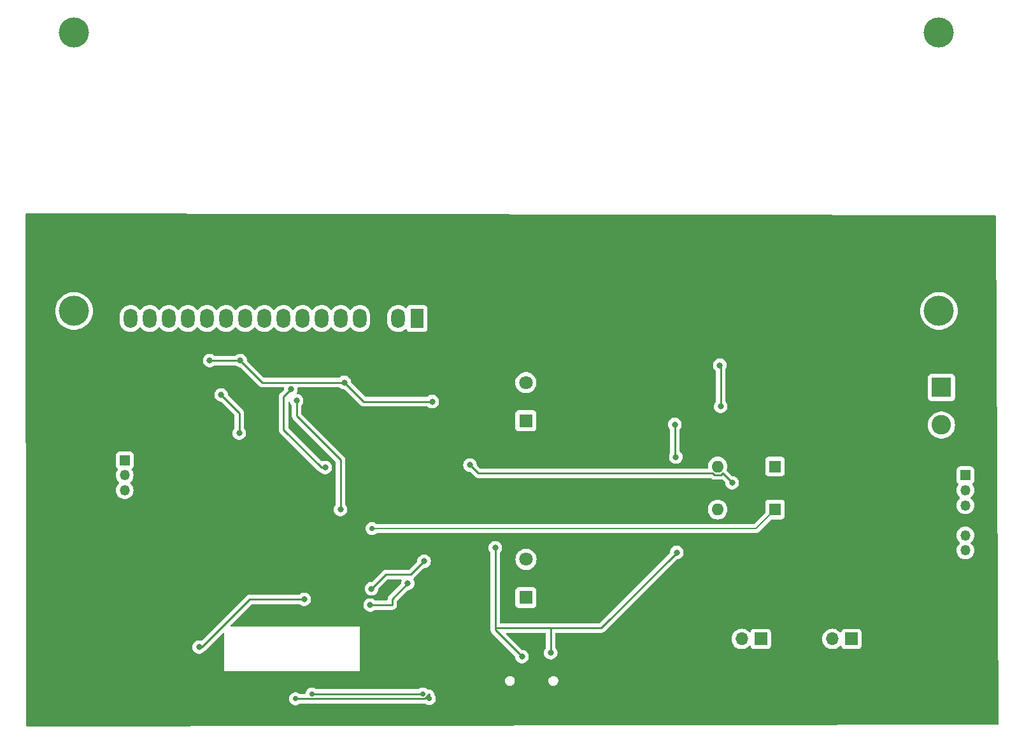
<source format=gbr>
%TF.GenerationSoftware,KiCad,Pcbnew,7.0.10*%
%TF.CreationDate,2024-04-09T13:41:23-07:00*%
%TF.ProjectId,COFFEE_MAKER,434f4646-4545-45f4-9d41-4b45522e6b69,rev?*%
%TF.SameCoordinates,Original*%
%TF.FileFunction,Copper,L2,Bot*%
%TF.FilePolarity,Positive*%
%FSLAX46Y46*%
G04 Gerber Fmt 4.6, Leading zero omitted, Abs format (unit mm)*
G04 Created by KiCad (PCBNEW 7.0.10) date 2024-04-09 13:41:23*
%MOMM*%
%LPD*%
G01*
G04 APERTURE LIST*
%TA.AperFunction,ComponentPad*%
%ADD10R,1.350000X1.350000*%
%TD*%
%TA.AperFunction,ComponentPad*%
%ADD11O,1.350000X1.350000*%
%TD*%
%TA.AperFunction,ComponentPad*%
%ADD12R,2.600000X2.600000*%
%TD*%
%TA.AperFunction,ComponentPad*%
%ADD13C,2.600000*%
%TD*%
%TA.AperFunction,ComponentPad*%
%ADD14C,4.000000*%
%TD*%
%TA.AperFunction,ComponentPad*%
%ADD15R,1.800000X2.600000*%
%TD*%
%TA.AperFunction,ComponentPad*%
%ADD16O,1.800000X2.600000*%
%TD*%
%TA.AperFunction,ComponentPad*%
%ADD17R,1.700000X1.700000*%
%TD*%
%TA.AperFunction,ComponentPad*%
%ADD18O,1.700000X1.700000*%
%TD*%
%TA.AperFunction,ComponentPad*%
%ADD19R,1.800000X1.800000*%
%TD*%
%TA.AperFunction,ComponentPad*%
%ADD20C,1.800000*%
%TD*%
%TA.AperFunction,ComponentPad*%
%ADD21R,1.600000X1.600000*%
%TD*%
%TA.AperFunction,ComponentPad*%
%ADD22O,1.600000X1.600000*%
%TD*%
%TA.AperFunction,ComponentPad*%
%ADD23O,1.000000X2.100000*%
%TD*%
%TA.AperFunction,ComponentPad*%
%ADD24O,1.000000X1.800000*%
%TD*%
%TA.AperFunction,ViaPad*%
%ADD25C,0.800000*%
%TD*%
%TA.AperFunction,ViaPad*%
%ADD26C,0.711200*%
%TD*%
%TA.AperFunction,Conductor*%
%ADD27C,0.250000*%
%TD*%
%TA.AperFunction,Conductor*%
%ADD28C,0.203200*%
%TD*%
G04 APERTURE END LIST*
D10*
%TO.P,J7,1,Pin_1*%
%TO.N,LCD_scl*%
X112268000Y-83614000D03*
D11*
%TO.P,J7,2,Pin_2*%
%TO.N,LCD_sda*%
X112268000Y-85614000D03*
%TO.P,J7,3,Pin_3*%
%TO.N,+5V*%
X112268000Y-87614000D03*
%TO.P,J7,4,Pin_4*%
%TO.N,GND*%
X112268000Y-89614000D03*
%TD*%
D12*
%TO.P,J4,1,Pin_1*%
%TO.N,Net-(J4-Pin_1)*%
X220860620Y-73929240D03*
D13*
%TO.P,J4,2,Pin_2*%
%TO.N,Net-(J4-Pin_2)*%
X220860620Y-78929240D03*
%TD*%
D14*
%TO.P,DS1,*%
%TO.N,*%
X220530420Y-63769240D03*
X220530420Y-26769060D03*
X105529380Y-63769240D03*
X105529380Y-26769060D03*
D15*
%TO.P,DS1,1,LEDK*%
%TO.N,Net-(DS1-LEDK)*%
X151130000Y-64770000D03*
D16*
%TO.P,DS1,2,LEDA*%
%TO.N,Net-(DS1-LEDA)*%
X148590000Y-64770000D03*
%TO.P,DS1,3,VSS*%
%TO.N,GND*%
X146050000Y-64770000D03*
%TO.P,DS1,4,VDD*%
%TO.N,+5V*%
X143510000Y-64770000D03*
%TO.P,DS1,5,Vo*%
%TO.N,Net-(DS1-Vo)*%
X140970000Y-64770000D03*
%TO.P,DS1,6,RS*%
%TO.N,Net-(DS1-RS)*%
X138430000Y-64770000D03*
%TO.P,DS1,7,R/~{W}*%
%TO.N,Net-(DS1-R{slash}~{W})*%
X135890000Y-64770000D03*
%TO.P,DS1,8,E*%
%TO.N,Net-(DS1-E)*%
X133350000Y-64770000D03*
%TO.P,DS1,9,DB0*%
%TO.N,unconnected-(DS1-DB0-Pad9)*%
X130810000Y-64770000D03*
%TO.P,DS1,10,DB1*%
%TO.N,unconnected-(DS1-DB1-Pad10)*%
X128270000Y-64770000D03*
%TO.P,DS1,11,DB2*%
%TO.N,unconnected-(DS1-DB2-Pad11)*%
X125730000Y-64770000D03*
%TO.P,DS1,12,DB3*%
%TO.N,unconnected-(DS1-DB3-Pad12)*%
X123190000Y-64770000D03*
%TO.P,DS1,13,DB4*%
%TO.N,Net-(DS1-DB4)*%
X120650000Y-64770000D03*
%TO.P,DS1,14,DB5*%
%TO.N,Net-(DS1-DB5)*%
X118110000Y-64770000D03*
%TO.P,DS1,15,DB6*%
%TO.N,Net-(DS1-DB6)*%
X115570000Y-64770000D03*
%TO.P,DS1,16,DB7*%
%TO.N,Net-(DS1-DB7)*%
X113030000Y-64770000D03*
%TD*%
D17*
%TO.P,J1,1,Pin_1*%
%TO.N,+3V3*%
X208900000Y-107385000D03*
D18*
%TO.P,J1,2,Pin_2*%
%TO.N,RELAY_COIL*%
X206360000Y-107385000D03*
%TO.P,J1,3,Pin_3*%
%TO.N,GND*%
X203820000Y-107385000D03*
%TD*%
D17*
%TO.P,J3,1,Pin_1*%
%TO.N,+3V3*%
X196835000Y-107385000D03*
D18*
%TO.P,J3,2,Pin_2*%
%TO.N,RELAY_FAN*%
X194295000Y-107385000D03*
%TO.P,J3,3,Pin_3*%
%TO.N,GND*%
X191755000Y-107385000D03*
%TD*%
D19*
%TO.P,U1,1,IN*%
%TO.N,V_ALL+*%
X165620620Y-101879240D03*
D20*
%TO.P,U1,2,GND*%
%TO.N,GND*%
X165620620Y-99339240D03*
%TO.P,U1,3,OUT*%
%TO.N,Net-(U1-OUT)*%
X165620620Y-96799240D03*
%TD*%
D19*
%TO.P,U2,1,IN*%
%TO.N,V_ALL+*%
X165615620Y-78374240D03*
D20*
%TO.P,U2,2,GND*%
%TO.N,GND*%
X165615620Y-75834240D03*
%TO.P,U2,3,OUT*%
%TO.N,Net-(U2-OUT)*%
X165615620Y-73294240D03*
%TD*%
D21*
%TO.P,D7,1,K*%
%TO.N,TC_sck*%
X198730000Y-84455000D03*
D22*
%TO.P,D7,2,A*%
%TO.N,Net-(D7-A)*%
X191110000Y-84455000D03*
%TD*%
D10*
%TO.P,J2,1,Pin_1*%
%TO.N,TC_sck*%
X224035620Y-85614240D03*
D11*
%TO.P,J2,2,Pin_2*%
%TO.N,TC_so*%
X224035620Y-87614240D03*
%TO.P,J2,3,Pin_3*%
%TO.N,TC_cs*%
X224035620Y-89614240D03*
%TO.P,J2,4,Pin_4*%
%TO.N,GND*%
X224035620Y-91614240D03*
%TO.P,J2,5,Pin_5*%
%TO.N,+3V3*%
X224035620Y-93614240D03*
%TO.P,J2,6,Pin_6*%
%TO.N,unconnected-(J2-Pin_6-Pad6)*%
X224035620Y-95614240D03*
%TD*%
D23*
%TO.P,J5,S1,SHIELD*%
%TO.N,GND*%
X162050000Y-112465000D03*
D24*
X162050000Y-116645000D03*
D23*
X170690000Y-112465000D03*
D24*
X170690000Y-116645000D03*
%TD*%
D21*
%TO.P,D8,1,K*%
%TO.N,TC_cs*%
X198730000Y-90170000D03*
D22*
%TO.P,D8,2,A*%
%TO.N,Net-(D8-A)*%
X191110000Y-90170000D03*
%TD*%
D25*
%TO.N,+5V*%
X123571000Y-70358000D03*
X161544000Y-95250000D03*
X153162000Y-75819000D03*
X185674000Y-95885000D03*
X165100000Y-109728000D03*
X127635000Y-70358000D03*
X168914653Y-109224653D03*
X141478000Y-73279000D03*
%TO.N,+3V3*%
X136144000Y-102108000D03*
X191516000Y-76454000D03*
X149918380Y-99993000D03*
X191389000Y-70993000D03*
X122174000Y-108458000D03*
X144907000Y-102870000D03*
%TO.N,Net-(U8-EN)*%
X145096000Y-100711000D03*
X152077380Y-97056760D03*
%TO.N,TC_sck*%
X158178500Y-84264500D03*
X193040000Y-86614000D03*
D26*
%TO.N,TC_cs*%
X145161000Y-92710000D03*
D25*
%TO.N,Net-(D8-A)*%
X185547000Y-83185000D03*
X185420000Y-78867000D03*
D26*
%TO.N,RELAY_COIL*%
X135001000Y-115339400D03*
X152781000Y-115297540D03*
%TO.N,RELAY_FAN*%
X137160000Y-114681000D03*
X151892000Y-114681000D03*
D25*
%TO.N,LCD_scl*%
X134366000Y-74168000D03*
X138938000Y-84582000D03*
%TO.N,LCD_sda*%
X135128000Y-75692000D03*
X140970000Y-90170000D03*
%TO.N,Net-(JP1-B)*%
X127508000Y-80010000D03*
X125095000Y-74930000D03*
%TD*%
D27*
%TO.N,+5V*%
X123571000Y-70358000D02*
X127635000Y-70358000D01*
X175641000Y-105918000D02*
X168910000Y-105918000D01*
X141478000Y-73279000D02*
X130556000Y-73279000D01*
X185674000Y-95885000D02*
X175641000Y-105918000D01*
X161544000Y-106172000D02*
X161544000Y-105918000D01*
X168910000Y-109220000D02*
X168910000Y-105918000D01*
X168914653Y-109224653D02*
X168910000Y-109220000D01*
X144018000Y-75819000D02*
X141478000Y-73279000D01*
X168910000Y-105918000D02*
X161544000Y-105918000D01*
X130556000Y-73279000D02*
X127635000Y-70358000D01*
X153162000Y-75819000D02*
X144018000Y-75819000D01*
X165100000Y-109728000D02*
X161544000Y-106172000D01*
X161544000Y-95250000D02*
X161544000Y-105918000D01*
%TO.N,+3V3*%
X191516000Y-76454000D02*
X191516000Y-71120000D01*
X191516000Y-71120000D02*
X191389000Y-70993000D01*
X122555000Y-108458000D02*
X128905000Y-102108000D01*
X122174000Y-108458000D02*
X122555000Y-108458000D01*
X147843240Y-102870000D02*
X144907000Y-102870000D01*
X149918380Y-99993000D02*
X147843240Y-102068140D01*
X147843240Y-102068140D02*
X147843240Y-102870000D01*
X128905000Y-102108000D02*
X136144000Y-102108000D01*
%TO.N,Net-(U8-EN)*%
X146972240Y-98834760D02*
X150299380Y-98834760D01*
X150299380Y-98834760D02*
X152077380Y-97056760D01*
X145096000Y-100711000D02*
X146972240Y-98834760D01*
%TO.N,TC_sck*%
X159258000Y-85344000D02*
X190439405Y-85344000D01*
X191775298Y-85349298D02*
X193040000Y-86614000D01*
X191566795Y-85557800D02*
X191775298Y-85349298D01*
X190439405Y-85344000D02*
X190653205Y-85557800D01*
X158178500Y-84264500D02*
X159258000Y-85344000D01*
X190653205Y-85557800D02*
X191566795Y-85557800D01*
D28*
%TO.N,TC_cs*%
X145161000Y-92710000D02*
X196190000Y-92710000D01*
X196190000Y-92710000D02*
X198730000Y-90170000D01*
D27*
%TO.N,Net-(D8-A)*%
X185547000Y-83185000D02*
X185420000Y-83058000D01*
X185420000Y-83058000D02*
X185420000Y-78867000D01*
%TO.N,RELAY_COIL*%
X152781000Y-115297540D02*
X152781000Y-114723119D01*
X152781000Y-114723119D02*
X152164719Y-115339400D01*
X152164719Y-115339400D02*
X135001000Y-115339400D01*
%TO.N,RELAY_FAN*%
X137160000Y-114681000D02*
X151892000Y-114681000D01*
%TO.N,LCD_scl*%
X133387000Y-75147000D02*
X134366000Y-74168000D01*
X138430000Y-84582000D02*
X133387000Y-79539000D01*
X133387000Y-79539000D02*
X133387000Y-75147000D01*
X138938000Y-84582000D02*
X138430000Y-84582000D01*
%TO.N,LCD_sda*%
X135128000Y-75692000D02*
X135128000Y-77724000D01*
X140970000Y-83566000D02*
X140970000Y-90170000D01*
X135128000Y-77724000D02*
X140970000Y-83566000D01*
X140970000Y-90424000D02*
X140970000Y-90170000D01*
%TO.N,Net-(JP1-B)*%
X127508000Y-77343000D02*
X125095000Y-74930000D01*
X127508000Y-80010000D02*
X127508000Y-77343000D01*
%TD*%
%TA.AperFunction,Conductor*%
%TO.N,GND*%
G36*
X227968940Y-51053757D02*
G01*
X228035939Y-51073574D01*
X228081590Y-51126468D01*
X228092692Y-51177059D01*
X228472299Y-118620546D01*
X228452992Y-118687695D01*
X228400447Y-118733747D01*
X228348545Y-118745244D01*
X99311013Y-118998756D01*
X99243935Y-118979203D01*
X99198076Y-118926489D01*
X99186769Y-118874987D01*
X99181394Y-115988582D01*
X99180185Y-115339400D01*
X134140184Y-115339400D01*
X134158995Y-115518374D01*
X134214605Y-115689525D01*
X134304585Y-115845375D01*
X134387309Y-115937249D01*
X134413758Y-115966624D01*
X134425002Y-115979111D01*
X134570592Y-116084889D01*
X134734993Y-116158085D01*
X134734996Y-116158085D01*
X134734997Y-116158086D01*
X134763128Y-116164065D01*
X134911020Y-116195500D01*
X135090980Y-116195500D01*
X135267007Y-116158085D01*
X135431408Y-116084889D01*
X135563962Y-115988581D01*
X135629769Y-115965102D01*
X135636848Y-115964900D01*
X152081976Y-115964900D01*
X152097596Y-115966624D01*
X152097623Y-115966339D01*
X152105379Y-115967071D01*
X152105386Y-115967073D01*
X152172592Y-115964961D01*
X152176487Y-115964900D01*
X152202767Y-115964900D01*
X152269806Y-115984585D01*
X152275653Y-115988582D01*
X152350592Y-116043029D01*
X152514993Y-116116225D01*
X152514996Y-116116225D01*
X152514997Y-116116226D01*
X152543128Y-116122205D01*
X152691020Y-116153640D01*
X152870980Y-116153640D01*
X153047007Y-116116225D01*
X153211408Y-116043029D01*
X153356998Y-115937251D01*
X153477415Y-115803515D01*
X153567395Y-115647665D01*
X153623005Y-115476514D01*
X153641816Y-115297540D01*
X153623005Y-115118566D01*
X153567395Y-114947415D01*
X153477415Y-114791565D01*
X153436768Y-114746423D01*
X153406539Y-114683433D01*
X153405900Y-114679021D01*
X153403041Y-114656394D01*
X153402613Y-114652519D01*
X153396287Y-114585587D01*
X153394586Y-114577977D01*
X153394866Y-114577914D01*
X153393881Y-114573809D01*
X153393603Y-114573881D01*
X153391663Y-114566325D01*
X153366892Y-114503760D01*
X153365555Y-114500224D01*
X153342754Y-114436891D01*
X153342750Y-114436886D01*
X153342750Y-114436884D01*
X153339208Y-114429931D01*
X153339464Y-114429800D01*
X153337497Y-114426085D01*
X153337244Y-114426225D01*
X153333488Y-114419394D01*
X153333486Y-114419387D01*
X153293955Y-114364977D01*
X153291715Y-114361790D01*
X153270705Y-114330875D01*
X153253924Y-114306181D01*
X153253923Y-114306180D01*
X153248763Y-114300327D01*
X153248977Y-114300137D01*
X153246140Y-114297019D01*
X153245932Y-114297216D01*
X153240596Y-114291533D01*
X153188802Y-114248687D01*
X153185838Y-114246156D01*
X153135378Y-114201669D01*
X153128928Y-114197286D01*
X153129088Y-114197050D01*
X153125562Y-114194734D01*
X153125410Y-114194974D01*
X153118825Y-114190795D01*
X153057975Y-114162161D01*
X153054507Y-114160462D01*
X152994565Y-114129921D01*
X152987224Y-114127278D01*
X152987320Y-114127008D01*
X152983334Y-114125643D01*
X152983246Y-114125915D01*
X152975832Y-114123506D01*
X152959447Y-114120380D01*
X152909758Y-114110901D01*
X152905972Y-114110117D01*
X152840332Y-114095445D01*
X152832573Y-114094712D01*
X152832599Y-114094430D01*
X152828387Y-114094099D01*
X152828370Y-114094381D01*
X152820587Y-114093891D01*
X152753490Y-114098112D01*
X152749603Y-114098296D01*
X152682374Y-114100409D01*
X152674670Y-114101630D01*
X152674625Y-114101349D01*
X152670473Y-114102074D01*
X152670527Y-114102352D01*
X152662864Y-114103814D01*
X152632244Y-114113763D01*
X152562403Y-114115758D01*
X152502570Y-114079677D01*
X152501776Y-114078803D01*
X152468002Y-114041292D01*
X152468000Y-114041291D01*
X152467999Y-114041290D01*
X152467998Y-114041289D01*
X152322408Y-113935511D01*
X152158007Y-113862315D01*
X152158006Y-113862314D01*
X152158002Y-113862313D01*
X151981980Y-113824900D01*
X151802020Y-113824900D01*
X151625997Y-113862313D01*
X151461588Y-113935513D01*
X151329038Y-114031818D01*
X151263231Y-114055298D01*
X151256152Y-114055500D01*
X137795848Y-114055500D01*
X137728809Y-114035815D01*
X137722962Y-114031818D01*
X137590411Y-113935513D01*
X137590410Y-113935512D01*
X137590408Y-113935511D01*
X137426007Y-113862315D01*
X137426006Y-113862314D01*
X137426002Y-113862313D01*
X137249980Y-113824900D01*
X137070020Y-113824900D01*
X136893997Y-113862313D01*
X136729588Y-113935513D01*
X136584000Y-114041290D01*
X136463584Y-114175026D01*
X136373604Y-114330876D01*
X136324079Y-114483300D01*
X136317995Y-114502026D01*
X136308338Y-114593913D01*
X136307397Y-114602862D01*
X136280812Y-114667477D01*
X136223514Y-114707461D01*
X136184076Y-114713900D01*
X135636848Y-114713900D01*
X135569809Y-114694215D01*
X135563962Y-114690218D01*
X135554623Y-114683433D01*
X135431408Y-114593911D01*
X135267007Y-114520715D01*
X135267006Y-114520714D01*
X135267002Y-114520713D01*
X135090980Y-114483300D01*
X134911020Y-114483300D01*
X134734997Y-114520713D01*
X134734993Y-114520715D01*
X134589291Y-114585586D01*
X134570588Y-114593913D01*
X134425000Y-114699690D01*
X134304584Y-114833426D01*
X134214604Y-114989276D01*
X134158996Y-115160422D01*
X134158995Y-115160424D01*
X134158995Y-115160426D01*
X134140184Y-115339400D01*
X99180185Y-115339400D01*
X99175686Y-112923516D01*
X162820594Y-112923516D01*
X162830993Y-113088804D01*
X162830993Y-113088807D01*
X162882172Y-113246317D01*
X162970914Y-113386152D01*
X163091644Y-113499526D01*
X163091647Y-113499528D01*
X163091649Y-113499529D01*
X163236772Y-113579311D01*
X163236776Y-113579313D01*
X163397191Y-113620500D01*
X163397195Y-113620500D01*
X163521240Y-113620500D01*
X163521242Y-113620500D01*
X163521247Y-113620499D01*
X163521251Y-113620499D01*
X163534590Y-113618813D01*
X163644312Y-113604953D01*
X163798299Y-113543985D01*
X163932287Y-113446637D01*
X164037856Y-113319026D01*
X164108373Y-113169171D01*
X164139406Y-113006486D01*
X164134186Y-112923516D01*
X168600594Y-112923516D01*
X168610993Y-113088804D01*
X168610993Y-113088807D01*
X168662172Y-113246317D01*
X168750914Y-113386152D01*
X168871644Y-113499526D01*
X168871647Y-113499528D01*
X168871649Y-113499529D01*
X169016772Y-113579311D01*
X169016776Y-113579313D01*
X169177191Y-113620500D01*
X169177195Y-113620500D01*
X169301240Y-113620500D01*
X169301242Y-113620500D01*
X169301247Y-113620499D01*
X169301251Y-113620499D01*
X169314590Y-113618813D01*
X169424312Y-113604953D01*
X169578299Y-113543985D01*
X169712287Y-113446637D01*
X169817856Y-113319026D01*
X169888373Y-113169171D01*
X169919406Y-113006486D01*
X169909007Y-112841195D01*
X169857828Y-112683683D01*
X169769086Y-112543848D01*
X169648356Y-112430474D01*
X169648353Y-112430472D01*
X169648350Y-112430470D01*
X169503227Y-112350688D01*
X169503217Y-112350685D01*
X169342812Y-112309500D01*
X169342809Y-112309500D01*
X169218758Y-112309500D01*
X169218748Y-112309500D01*
X169095688Y-112325047D01*
X169095686Y-112325047D01*
X168941702Y-112386014D01*
X168941693Y-112386019D01*
X168807715Y-112483360D01*
X168807712Y-112483363D01*
X168702144Y-112610972D01*
X168631626Y-112760831D01*
X168600594Y-112923516D01*
X164134186Y-112923516D01*
X164129007Y-112841195D01*
X164077828Y-112683683D01*
X163989086Y-112543848D01*
X163868356Y-112430474D01*
X163868353Y-112430472D01*
X163868350Y-112430470D01*
X163723227Y-112350688D01*
X163723217Y-112350685D01*
X163562812Y-112309500D01*
X163562809Y-112309500D01*
X163438758Y-112309500D01*
X163438748Y-112309500D01*
X163315688Y-112325047D01*
X163315686Y-112325047D01*
X163161702Y-112386014D01*
X163161693Y-112386019D01*
X163027715Y-112483360D01*
X163027712Y-112483363D01*
X162922144Y-112610972D01*
X162851626Y-112760831D01*
X162820594Y-112923516D01*
X99175686Y-112923516D01*
X99167371Y-108458000D01*
X121268540Y-108458000D01*
X121288326Y-108646256D01*
X121288327Y-108646259D01*
X121346818Y-108826277D01*
X121346821Y-108826284D01*
X121441467Y-108990216D01*
X121483049Y-109036397D01*
X121568129Y-109130888D01*
X121721265Y-109242148D01*
X121721270Y-109242151D01*
X121894192Y-109319142D01*
X121894197Y-109319144D01*
X122079354Y-109358500D01*
X122079355Y-109358500D01*
X122268644Y-109358500D01*
X122268646Y-109358500D01*
X122453803Y-109319144D01*
X122626730Y-109242151D01*
X122779871Y-109130888D01*
X122906533Y-108990216D01*
X122906538Y-108990205D01*
X122908520Y-108987480D01*
X122936256Y-108962245D01*
X122935254Y-108960953D01*
X122941415Y-108956173D01*
X122941415Y-108956172D01*
X122941420Y-108956170D01*
X122955589Y-108941999D01*
X122970379Y-108929368D01*
X122986587Y-108917594D01*
X123014438Y-108883926D01*
X123022279Y-108875309D01*
X125288941Y-106608648D01*
X125350262Y-106575165D01*
X125419954Y-106580149D01*
X125475887Y-106622021D01*
X125500304Y-106687485D01*
X125500620Y-106696331D01*
X125500620Y-111669240D01*
X143500620Y-111669240D01*
X143500620Y-105719240D01*
X126477713Y-105719240D01*
X126410674Y-105699555D01*
X126364919Y-105646751D01*
X126354975Y-105577593D01*
X126384000Y-105514037D01*
X126390032Y-105507559D01*
X129127772Y-102769819D01*
X129189095Y-102736334D01*
X129215453Y-102733500D01*
X135440252Y-102733500D01*
X135507291Y-102753185D01*
X135532400Y-102774526D01*
X135538126Y-102780885D01*
X135538130Y-102780889D01*
X135691265Y-102892148D01*
X135691270Y-102892151D01*
X135864192Y-102969142D01*
X135864197Y-102969144D01*
X136049354Y-103008500D01*
X136049355Y-103008500D01*
X136238644Y-103008500D01*
X136238646Y-103008500D01*
X136423803Y-102969144D01*
X136596730Y-102892151D01*
X136627218Y-102870000D01*
X144001540Y-102870000D01*
X144021326Y-103058256D01*
X144021327Y-103058259D01*
X144079818Y-103238277D01*
X144079821Y-103238284D01*
X144174467Y-103402216D01*
X144295401Y-103536526D01*
X144301129Y-103542888D01*
X144454265Y-103654148D01*
X144454270Y-103654151D01*
X144627192Y-103731142D01*
X144627197Y-103731144D01*
X144812354Y-103770500D01*
X144812355Y-103770500D01*
X145001644Y-103770500D01*
X145001646Y-103770500D01*
X145186803Y-103731144D01*
X145359730Y-103654151D01*
X145512871Y-103542888D01*
X145515788Y-103539647D01*
X145518600Y-103536526D01*
X145578087Y-103499879D01*
X145610748Y-103495500D01*
X147772393Y-103495500D01*
X147795625Y-103497696D01*
X147797229Y-103498001D01*
X147803652Y-103499227D01*
X147803653Y-103499226D01*
X147803654Y-103499227D01*
X147858999Y-103495745D01*
X147866785Y-103495500D01*
X147882582Y-103495500D01*
X147882590Y-103495500D01*
X147898311Y-103493513D01*
X147905975Y-103492789D01*
X147961378Y-103489304D01*
X147969145Y-103486780D01*
X147991920Y-103481688D01*
X148000032Y-103480664D01*
X148051636Y-103460231D01*
X148058911Y-103457612D01*
X148111681Y-103440467D01*
X148118577Y-103436090D01*
X148139373Y-103425494D01*
X148146972Y-103422486D01*
X148191871Y-103389864D01*
X148198266Y-103385517D01*
X148245117Y-103355786D01*
X148250706Y-103349833D01*
X148268219Y-103334394D01*
X148274827Y-103329594D01*
X148310194Y-103286840D01*
X148315318Y-103281029D01*
X148353302Y-103240582D01*
X148357238Y-103233421D01*
X148370359Y-103214114D01*
X148375564Y-103207823D01*
X148399179Y-103157638D01*
X148402707Y-103150711D01*
X148429437Y-103102092D01*
X148431467Y-103094181D01*
X148439375Y-103072218D01*
X148442854Y-103064826D01*
X148453250Y-103010325D01*
X148454937Y-103002775D01*
X148468740Y-102949019D01*
X148468740Y-102940844D01*
X148470937Y-102917606D01*
X148472467Y-102909586D01*
X148468985Y-102854241D01*
X148468740Y-102846455D01*
X148468740Y-102378592D01*
X148488425Y-102311553D01*
X148505059Y-102290911D01*
X149866152Y-100929819D01*
X149927475Y-100896334D01*
X149953833Y-100893500D01*
X150013024Y-100893500D01*
X150013026Y-100893500D01*
X150198183Y-100854144D01*
X150371110Y-100777151D01*
X150524251Y-100665888D01*
X150650913Y-100525216D01*
X150745559Y-100361284D01*
X150804054Y-100181256D01*
X150823840Y-99993000D01*
X150804054Y-99804744D01*
X150745559Y-99624716D01*
X150664459Y-99484246D01*
X150647986Y-99416345D01*
X150670839Y-99350319D01*
X150684159Y-99334570D01*
X150685797Y-99332931D01*
X150685800Y-99332930D01*
X150699970Y-99318758D01*
X150714759Y-99306128D01*
X150730967Y-99294354D01*
X150758818Y-99260686D01*
X150766659Y-99252069D01*
X152025151Y-97993579D01*
X152086474Y-97960094D01*
X152112832Y-97957260D01*
X152172024Y-97957260D01*
X152172026Y-97957260D01*
X152357183Y-97917904D01*
X152530110Y-97840911D01*
X152683251Y-97729648D01*
X152809913Y-97588976D01*
X152904559Y-97425044D01*
X152963054Y-97245016D01*
X152982840Y-97056760D01*
X152963054Y-96868504D01*
X152904559Y-96688476D01*
X152809913Y-96524544D01*
X152683251Y-96383872D01*
X152626913Y-96342940D01*
X152530114Y-96272611D01*
X152530109Y-96272608D01*
X152357187Y-96195617D01*
X152357182Y-96195615D01*
X152211381Y-96164625D01*
X152172026Y-96156260D01*
X151982734Y-96156260D01*
X151950277Y-96163158D01*
X151797577Y-96195615D01*
X151797572Y-96195617D01*
X151624650Y-96272608D01*
X151624645Y-96272611D01*
X151471509Y-96383871D01*
X151344846Y-96524545D01*
X151250201Y-96688475D01*
X151250198Y-96688482D01*
X151191707Y-96868500D01*
X151191706Y-96868504D01*
X151174676Y-97030537D01*
X151174059Y-97036409D01*
X151147474Y-97101023D01*
X151138419Y-97111128D01*
X150076608Y-98172941D01*
X150015285Y-98206426D01*
X149988927Y-98209260D01*
X147054978Y-98209260D01*
X147039361Y-98207536D01*
X147039334Y-98207822D01*
X147031572Y-98207087D01*
X146964385Y-98209199D01*
X146960491Y-98209260D01*
X146932890Y-98209260D01*
X146929202Y-98209725D01*
X146928889Y-98209765D01*
X146917271Y-98210678D01*
X146873613Y-98212050D01*
X146873612Y-98212050D01*
X146854369Y-98217641D01*
X146835319Y-98221585D01*
X146815451Y-98224094D01*
X146815450Y-98224094D01*
X146774839Y-98240173D01*
X146763794Y-98243954D01*
X146721854Y-98256139D01*
X146721850Y-98256141D01*
X146704606Y-98266339D01*
X146687145Y-98274893D01*
X146668514Y-98282270D01*
X146668502Y-98282277D01*
X146633173Y-98307945D01*
X146623413Y-98314356D01*
X146585820Y-98336589D01*
X146571654Y-98350755D01*
X146556864Y-98363387D01*
X146540654Y-98375164D01*
X146540651Y-98375167D01*
X146512813Y-98408818D01*
X146504951Y-98417457D01*
X145148228Y-99774181D01*
X145086905Y-99807666D01*
X145060547Y-99810500D01*
X145001354Y-99810500D01*
X144968897Y-99817398D01*
X144816197Y-99849855D01*
X144816192Y-99849857D01*
X144643270Y-99926848D01*
X144643265Y-99926851D01*
X144490129Y-100038111D01*
X144363466Y-100178785D01*
X144268821Y-100342715D01*
X144268818Y-100342722D01*
X144222541Y-100485149D01*
X144210326Y-100522744D01*
X144190540Y-100711000D01*
X144210326Y-100899256D01*
X144210327Y-100899259D01*
X144268818Y-101079277D01*
X144268821Y-101079284D01*
X144363467Y-101243216D01*
X144490129Y-101383888D01*
X144643265Y-101495148D01*
X144643270Y-101495151D01*
X144816192Y-101572142D01*
X144816197Y-101572144D01*
X145001354Y-101611500D01*
X145001355Y-101611500D01*
X145190644Y-101611500D01*
X145190646Y-101611500D01*
X145375803Y-101572144D01*
X145548730Y-101495151D01*
X145701871Y-101383888D01*
X145828533Y-101243216D01*
X145923179Y-101079284D01*
X145981674Y-100899256D01*
X145999321Y-100731344D01*
X146025904Y-100666734D01*
X146034951Y-100656638D01*
X147195012Y-99496579D01*
X147256335Y-99463094D01*
X147282693Y-99460260D01*
X148973964Y-99460260D01*
X149041003Y-99479945D01*
X149086758Y-99532749D01*
X149096702Y-99601907D01*
X149091895Y-99622578D01*
X149032707Y-99804740D01*
X149032706Y-99804744D01*
X149015059Y-99972649D01*
X148988474Y-100037263D01*
X148979419Y-100047368D01*
X147459448Y-101567339D01*
X147447191Y-101577160D01*
X147447374Y-101577381D01*
X147441362Y-101582354D01*
X147395338Y-101631363D01*
X147392631Y-101634156D01*
X147373129Y-101653657D01*
X147373115Y-101653674D01*
X147370647Y-101656855D01*
X147363083Y-101665710D01*
X147333177Y-101697558D01*
X147333176Y-101697560D01*
X147323524Y-101715116D01*
X147312850Y-101731366D01*
X147300569Y-101747201D01*
X147300564Y-101747208D01*
X147283215Y-101787298D01*
X147278078Y-101797784D01*
X147257043Y-101836046D01*
X147252062Y-101855447D01*
X147245761Y-101873850D01*
X147237802Y-101892242D01*
X147237801Y-101892245D01*
X147230968Y-101935383D01*
X147228600Y-101946814D01*
X147217741Y-101989111D01*
X147217740Y-101989122D01*
X147217740Y-102009156D01*
X147216213Y-102028555D01*
X147213080Y-102048334D01*
X147213080Y-102048335D01*
X147217190Y-102091814D01*
X147217740Y-102103483D01*
X147217740Y-102120500D01*
X147198055Y-102187539D01*
X147145251Y-102233294D01*
X147093740Y-102244500D01*
X145610748Y-102244500D01*
X145543709Y-102224815D01*
X145518600Y-102203474D01*
X145512873Y-102197114D01*
X145512869Y-102197110D01*
X145359734Y-102085851D01*
X145359729Y-102085848D01*
X145186807Y-102008857D01*
X145186802Y-102008855D01*
X145041001Y-101977865D01*
X145001646Y-101969500D01*
X144812354Y-101969500D01*
X144779897Y-101976398D01*
X144627197Y-102008855D01*
X144627192Y-102008857D01*
X144454270Y-102085848D01*
X144454265Y-102085851D01*
X144301129Y-102197111D01*
X144174466Y-102337785D01*
X144079821Y-102501715D01*
X144079818Y-102501722D01*
X144034820Y-102640214D01*
X144021326Y-102681744D01*
X144001540Y-102870000D01*
X136627218Y-102870000D01*
X136749871Y-102780888D01*
X136876533Y-102640216D01*
X136971179Y-102476284D01*
X137029674Y-102296256D01*
X137049460Y-102108000D01*
X137029674Y-101919744D01*
X136971179Y-101739716D01*
X136876533Y-101575784D01*
X136749871Y-101435112D01*
X136749870Y-101435111D01*
X136596734Y-101323851D01*
X136596729Y-101323848D01*
X136423807Y-101246857D01*
X136423802Y-101246855D01*
X136278001Y-101215865D01*
X136238646Y-101207500D01*
X136049354Y-101207500D01*
X136016897Y-101214398D01*
X135864197Y-101246855D01*
X135864192Y-101246857D01*
X135691270Y-101323848D01*
X135691265Y-101323851D01*
X135538130Y-101435110D01*
X135538126Y-101435114D01*
X135532400Y-101441474D01*
X135472913Y-101478121D01*
X135440252Y-101482500D01*
X128987738Y-101482500D01*
X128972121Y-101480776D01*
X128972094Y-101481062D01*
X128964332Y-101480327D01*
X128897145Y-101482439D01*
X128893251Y-101482500D01*
X128865650Y-101482500D01*
X128861962Y-101482965D01*
X128861649Y-101483005D01*
X128850031Y-101483918D01*
X128806373Y-101485290D01*
X128806372Y-101485290D01*
X128787129Y-101490881D01*
X128768079Y-101494825D01*
X128748211Y-101497334D01*
X128748210Y-101497335D01*
X128707600Y-101513413D01*
X128696553Y-101517195D01*
X128654610Y-101529381D01*
X128654609Y-101529382D01*
X128637367Y-101539579D01*
X128619899Y-101548137D01*
X128601269Y-101555513D01*
X128601266Y-101555515D01*
X128565939Y-101581181D01*
X128556180Y-101587592D01*
X128518579Y-101609830D01*
X128504408Y-101624000D01*
X128489623Y-101636628D01*
X128473412Y-101648407D01*
X128445571Y-101682059D01*
X128437711Y-101690696D01*
X122565529Y-107562878D01*
X122504206Y-107596363D01*
X122452067Y-107596487D01*
X122268646Y-107557500D01*
X122079354Y-107557500D01*
X122046897Y-107564398D01*
X121894197Y-107596855D01*
X121894192Y-107596857D01*
X121721270Y-107673848D01*
X121721265Y-107673851D01*
X121568129Y-107785111D01*
X121441466Y-107925785D01*
X121346821Y-108089715D01*
X121346818Y-108089722D01*
X121292663Y-108256395D01*
X121288326Y-108269744D01*
X121268540Y-108458000D01*
X99167371Y-108458000D01*
X99142775Y-95250000D01*
X160638540Y-95250000D01*
X160658326Y-95438256D01*
X160658327Y-95438259D01*
X160716818Y-95618277D01*
X160716821Y-95618284D01*
X160811467Y-95782216D01*
X160854772Y-95830310D01*
X160886650Y-95865715D01*
X160916880Y-95928706D01*
X160918500Y-95948687D01*
X160918500Y-105847152D01*
X160916305Y-105870382D01*
X160914773Y-105878414D01*
X160918255Y-105933757D01*
X160918500Y-105941543D01*
X160918500Y-106089255D01*
X160916775Y-106104872D01*
X160917061Y-106104899D01*
X160916326Y-106112665D01*
X160918439Y-106179872D01*
X160918500Y-106183767D01*
X160918500Y-106211357D01*
X160919003Y-106215335D01*
X160919918Y-106226967D01*
X160921290Y-106270624D01*
X160921291Y-106270627D01*
X160926880Y-106289867D01*
X160930824Y-106308911D01*
X160933336Y-106328792D01*
X160949414Y-106369403D01*
X160953197Y-106380452D01*
X160963574Y-106416170D01*
X160965382Y-106422390D01*
X160974849Y-106438399D01*
X160975580Y-106439634D01*
X160984138Y-106457103D01*
X160991514Y-106475732D01*
X161017181Y-106511060D01*
X161023593Y-106520821D01*
X161045828Y-106558417D01*
X161045833Y-106558424D01*
X161059990Y-106572580D01*
X161072628Y-106587376D01*
X161084405Y-106603586D01*
X161084406Y-106603587D01*
X161118057Y-106631425D01*
X161126698Y-106639288D01*
X164161038Y-109673629D01*
X164194523Y-109734952D01*
X164196678Y-109748348D01*
X164197574Y-109756869D01*
X164214326Y-109916256D01*
X164214327Y-109916259D01*
X164272818Y-110096277D01*
X164272821Y-110096284D01*
X164367467Y-110260216D01*
X164494129Y-110400888D01*
X164647265Y-110512148D01*
X164647270Y-110512151D01*
X164820192Y-110589142D01*
X164820197Y-110589144D01*
X165005354Y-110628500D01*
X165005355Y-110628500D01*
X165194644Y-110628500D01*
X165194646Y-110628500D01*
X165379803Y-110589144D01*
X165552730Y-110512151D01*
X165705871Y-110400888D01*
X165832533Y-110260216D01*
X165927179Y-110096284D01*
X165985674Y-109916256D01*
X166005460Y-109728000D01*
X165985674Y-109539744D01*
X165927179Y-109359716D01*
X165832533Y-109195784D01*
X165705871Y-109055112D01*
X165680112Y-109036397D01*
X165552734Y-108943851D01*
X165552729Y-108943848D01*
X165379807Y-108866857D01*
X165379802Y-108866855D01*
X165234001Y-108835865D01*
X165194646Y-108827500D01*
X165194645Y-108827500D01*
X165135453Y-108827500D01*
X165068414Y-108807815D01*
X165047772Y-108791181D01*
X163011772Y-106755181D01*
X162978287Y-106693858D01*
X162983271Y-106624166D01*
X163025143Y-106568233D01*
X163090607Y-106543816D01*
X163099453Y-106543500D01*
X168160500Y-106543500D01*
X168227539Y-106563185D01*
X168273294Y-106615989D01*
X168284500Y-106667500D01*
X168284500Y-108531133D01*
X168264815Y-108598172D01*
X168252650Y-108614105D01*
X168182119Y-108692437D01*
X168087474Y-108856368D01*
X168087471Y-108856375D01*
X168028980Y-109036393D01*
X168028979Y-109036397D01*
X168009193Y-109224653D01*
X168028979Y-109412909D01*
X168028980Y-109412912D01*
X168087471Y-109592930D01*
X168087474Y-109592937D01*
X168182120Y-109756869D01*
X168308782Y-109897541D01*
X168461918Y-110008801D01*
X168461923Y-110008804D01*
X168634845Y-110085795D01*
X168634850Y-110085797D01*
X168820007Y-110125153D01*
X168820008Y-110125153D01*
X169009297Y-110125153D01*
X169009299Y-110125153D01*
X169194456Y-110085797D01*
X169367383Y-110008804D01*
X169520524Y-109897541D01*
X169647186Y-109756869D01*
X169741832Y-109592937D01*
X169800327Y-109412909D01*
X169820113Y-109224653D01*
X169800327Y-109036397D01*
X169741832Y-108856369D01*
X169647186Y-108692437D01*
X169567350Y-108603770D01*
X169537120Y-108540778D01*
X169535500Y-108520798D01*
X169535500Y-107385000D01*
X192939341Y-107385000D01*
X192959936Y-107620403D01*
X192959938Y-107620413D01*
X193021094Y-107848655D01*
X193021096Y-107848659D01*
X193021097Y-107848663D01*
X193057060Y-107925785D01*
X193120965Y-108062830D01*
X193120967Y-108062834D01*
X193229281Y-108217521D01*
X193256505Y-108256401D01*
X193423599Y-108423495D01*
X193520384Y-108491265D01*
X193617165Y-108559032D01*
X193617167Y-108559033D01*
X193617170Y-108559035D01*
X193831337Y-108658903D01*
X194059592Y-108720063D01*
X194236034Y-108735500D01*
X194294999Y-108740659D01*
X194295000Y-108740659D01*
X194295001Y-108740659D01*
X194353966Y-108735500D01*
X194530408Y-108720063D01*
X194758663Y-108658903D01*
X194972830Y-108559035D01*
X195166401Y-108423495D01*
X195288329Y-108301566D01*
X195349648Y-108268084D01*
X195419340Y-108273068D01*
X195475274Y-108314939D01*
X195492189Y-108345917D01*
X195541202Y-108477328D01*
X195541206Y-108477335D01*
X195627452Y-108592544D01*
X195627455Y-108592547D01*
X195742664Y-108678793D01*
X195742671Y-108678797D01*
X195877517Y-108729091D01*
X195877516Y-108729091D01*
X195884444Y-108729835D01*
X195937127Y-108735500D01*
X197732872Y-108735499D01*
X197792483Y-108729091D01*
X197927331Y-108678796D01*
X198042546Y-108592546D01*
X198128796Y-108477331D01*
X198179091Y-108342483D01*
X198185500Y-108282873D01*
X198185499Y-107385000D01*
X205004341Y-107385000D01*
X205024936Y-107620403D01*
X205024938Y-107620413D01*
X205086094Y-107848655D01*
X205086096Y-107848659D01*
X205086097Y-107848663D01*
X205122060Y-107925785D01*
X205185965Y-108062830D01*
X205185967Y-108062834D01*
X205294281Y-108217521D01*
X205321505Y-108256401D01*
X205488599Y-108423495D01*
X205585384Y-108491265D01*
X205682165Y-108559032D01*
X205682167Y-108559033D01*
X205682170Y-108559035D01*
X205896337Y-108658903D01*
X206124592Y-108720063D01*
X206301034Y-108735500D01*
X206359999Y-108740659D01*
X206360000Y-108740659D01*
X206360001Y-108740659D01*
X206418966Y-108735500D01*
X206595408Y-108720063D01*
X206823663Y-108658903D01*
X207037830Y-108559035D01*
X207231401Y-108423495D01*
X207353329Y-108301566D01*
X207414648Y-108268084D01*
X207484340Y-108273068D01*
X207540274Y-108314939D01*
X207557189Y-108345917D01*
X207606202Y-108477328D01*
X207606206Y-108477335D01*
X207692452Y-108592544D01*
X207692455Y-108592547D01*
X207807664Y-108678793D01*
X207807671Y-108678797D01*
X207942517Y-108729091D01*
X207942516Y-108729091D01*
X207949444Y-108729835D01*
X208002127Y-108735500D01*
X209797872Y-108735499D01*
X209857483Y-108729091D01*
X209992331Y-108678796D01*
X210107546Y-108592546D01*
X210193796Y-108477331D01*
X210244091Y-108342483D01*
X210250500Y-108282873D01*
X210250499Y-106487128D01*
X210244091Y-106427517D01*
X210242810Y-106424083D01*
X210193797Y-106292671D01*
X210193793Y-106292664D01*
X210107547Y-106177455D01*
X210107544Y-106177452D01*
X209992335Y-106091206D01*
X209992328Y-106091202D01*
X209857482Y-106040908D01*
X209857483Y-106040908D01*
X209797883Y-106034501D01*
X209797881Y-106034500D01*
X209797873Y-106034500D01*
X209797864Y-106034500D01*
X208002129Y-106034500D01*
X208002123Y-106034501D01*
X207942516Y-106040908D01*
X207807671Y-106091202D01*
X207807664Y-106091206D01*
X207692455Y-106177452D01*
X207692452Y-106177455D01*
X207606206Y-106292664D01*
X207606203Y-106292669D01*
X207557189Y-106424083D01*
X207515317Y-106480016D01*
X207449853Y-106504433D01*
X207381580Y-106489581D01*
X207353326Y-106468430D01*
X207231402Y-106346506D01*
X207231395Y-106346501D01*
X207227740Y-106343942D01*
X207154518Y-106292671D01*
X207037834Y-106210967D01*
X207037830Y-106210965D01*
X206979504Y-106183767D01*
X206823663Y-106111097D01*
X206823659Y-106111096D01*
X206823655Y-106111094D01*
X206595413Y-106049938D01*
X206595403Y-106049936D01*
X206360001Y-106029341D01*
X206359999Y-106029341D01*
X206124596Y-106049936D01*
X206124586Y-106049938D01*
X205896344Y-106111094D01*
X205896337Y-106111096D01*
X205896337Y-106111097D01*
X205892970Y-106112667D01*
X205682171Y-106210964D01*
X205682169Y-106210965D01*
X205488597Y-106346505D01*
X205321505Y-106513597D01*
X205185965Y-106707169D01*
X205185964Y-106707171D01*
X205086098Y-106921335D01*
X205086094Y-106921344D01*
X205024938Y-107149586D01*
X205024936Y-107149596D01*
X205004341Y-107384999D01*
X205004341Y-107385000D01*
X198185499Y-107385000D01*
X198185499Y-106487128D01*
X198179091Y-106427517D01*
X198177810Y-106424083D01*
X198128797Y-106292671D01*
X198128793Y-106292664D01*
X198042547Y-106177455D01*
X198042544Y-106177452D01*
X197927335Y-106091206D01*
X197927328Y-106091202D01*
X197792482Y-106040908D01*
X197792483Y-106040908D01*
X197732883Y-106034501D01*
X197732881Y-106034500D01*
X197732873Y-106034500D01*
X197732864Y-106034500D01*
X195937129Y-106034500D01*
X195937123Y-106034501D01*
X195877516Y-106040908D01*
X195742671Y-106091202D01*
X195742664Y-106091206D01*
X195627455Y-106177452D01*
X195627452Y-106177455D01*
X195541206Y-106292664D01*
X195541203Y-106292669D01*
X195492189Y-106424083D01*
X195450317Y-106480016D01*
X195384853Y-106504433D01*
X195316580Y-106489581D01*
X195288326Y-106468430D01*
X195166402Y-106346506D01*
X195166395Y-106346501D01*
X195162740Y-106343942D01*
X195089518Y-106292671D01*
X194972834Y-106210967D01*
X194972830Y-106210965D01*
X194914504Y-106183767D01*
X194758663Y-106111097D01*
X194758659Y-106111096D01*
X194758655Y-106111094D01*
X194530413Y-106049938D01*
X194530403Y-106049936D01*
X194295001Y-106029341D01*
X194294999Y-106029341D01*
X194059596Y-106049936D01*
X194059586Y-106049938D01*
X193831344Y-106111094D01*
X193831337Y-106111096D01*
X193831337Y-106111097D01*
X193827970Y-106112667D01*
X193617171Y-106210964D01*
X193617169Y-106210965D01*
X193423597Y-106346505D01*
X193256505Y-106513597D01*
X193120965Y-106707169D01*
X193120964Y-106707171D01*
X193021098Y-106921335D01*
X193021094Y-106921344D01*
X192959938Y-107149586D01*
X192959936Y-107149596D01*
X192939341Y-107384999D01*
X192939341Y-107385000D01*
X169535500Y-107385000D01*
X169535500Y-106667500D01*
X169555185Y-106600461D01*
X169607989Y-106554706D01*
X169659500Y-106543500D01*
X175558257Y-106543500D01*
X175573877Y-106545224D01*
X175573904Y-106544939D01*
X175581660Y-106545671D01*
X175581667Y-106545673D01*
X175648873Y-106543561D01*
X175652768Y-106543500D01*
X175680346Y-106543500D01*
X175680350Y-106543500D01*
X175684324Y-106542997D01*
X175695963Y-106542080D01*
X175739627Y-106540709D01*
X175758869Y-106535117D01*
X175777912Y-106531174D01*
X175797792Y-106528664D01*
X175838401Y-106512585D01*
X175849444Y-106508803D01*
X175891390Y-106496618D01*
X175908629Y-106486422D01*
X175926103Y-106477862D01*
X175944727Y-106470488D01*
X175944727Y-106470487D01*
X175944732Y-106470486D01*
X175980083Y-106444800D01*
X175989814Y-106438408D01*
X176027420Y-106416170D01*
X176041589Y-106401999D01*
X176056379Y-106389368D01*
X176072587Y-106377594D01*
X176100438Y-106343926D01*
X176108279Y-106335309D01*
X185621771Y-96821819D01*
X185683094Y-96788334D01*
X185709452Y-96785500D01*
X185768644Y-96785500D01*
X185768646Y-96785500D01*
X185953803Y-96746144D01*
X186126730Y-96669151D01*
X186279871Y-96557888D01*
X186406533Y-96417216D01*
X186501179Y-96253284D01*
X186559674Y-96073256D01*
X186579460Y-95885000D01*
X186559674Y-95696744D01*
X186532867Y-95614240D01*
X222855084Y-95614240D01*
X222875184Y-95831158D01*
X222875184Y-95831160D01*
X222875185Y-95831163D01*
X222934803Y-96040699D01*
X222934804Y-96040702D01*
X223011943Y-96195617D01*
X223031908Y-96235712D01*
X223163193Y-96409562D01*
X223324188Y-96556328D01*
X223324195Y-96556332D01*
X223324196Y-96556333D01*
X223509406Y-96671010D01*
X223509412Y-96671013D01*
X223532284Y-96679873D01*
X223712551Y-96749710D01*
X223926694Y-96789740D01*
X223926696Y-96789740D01*
X224144544Y-96789740D01*
X224144546Y-96789740D01*
X224358689Y-96749710D01*
X224561830Y-96671012D01*
X224747052Y-96556328D01*
X224908047Y-96409562D01*
X225039332Y-96235712D01*
X225136437Y-96040699D01*
X225196055Y-95831163D01*
X225216156Y-95614240D01*
X225196055Y-95397317D01*
X225136437Y-95187781D01*
X225039332Y-94992768D01*
X224908047Y-94818918D01*
X224784043Y-94705874D01*
X224747765Y-94646167D01*
X224749525Y-94576319D01*
X224784043Y-94522605D01*
X224908047Y-94409562D01*
X225039332Y-94235712D01*
X225136437Y-94040699D01*
X225196055Y-93831163D01*
X225216156Y-93614240D01*
X225196055Y-93397317D01*
X225136437Y-93187781D01*
X225039332Y-92992768D01*
X224908047Y-92818918D01*
X224747052Y-92672152D01*
X224747048Y-92672149D01*
X224747043Y-92672146D01*
X224561833Y-92557469D01*
X224561827Y-92557466D01*
X224476733Y-92524500D01*
X224358689Y-92478770D01*
X224144546Y-92438740D01*
X223926694Y-92438740D01*
X223712551Y-92478770D01*
X223663750Y-92497675D01*
X223509412Y-92557466D01*
X223509406Y-92557469D01*
X223324196Y-92672146D01*
X223324186Y-92672153D01*
X223163194Y-92818916D01*
X223031908Y-92992767D01*
X222934804Y-93187777D01*
X222934803Y-93187781D01*
X222889968Y-93345362D01*
X222875184Y-93397321D01*
X222855084Y-93614239D01*
X222855084Y-93614240D01*
X222875184Y-93831158D01*
X222934804Y-94040702D01*
X223031908Y-94235712D01*
X223163194Y-94409564D01*
X223287192Y-94522603D01*
X223323474Y-94582314D01*
X223321713Y-94652162D01*
X223287192Y-94705877D01*
X223163194Y-94818915D01*
X223031908Y-94992767D01*
X222934804Y-95187777D01*
X222875184Y-95397321D01*
X222855084Y-95614239D01*
X222855084Y-95614240D01*
X186532867Y-95614240D01*
X186501179Y-95516716D01*
X186406533Y-95352784D01*
X186279871Y-95212112D01*
X186279870Y-95212111D01*
X186126734Y-95100851D01*
X186126729Y-95100848D01*
X185953807Y-95023857D01*
X185953802Y-95023855D01*
X185807544Y-94992768D01*
X185768646Y-94984500D01*
X185579354Y-94984500D01*
X185546897Y-94991398D01*
X185394197Y-95023855D01*
X185394192Y-95023857D01*
X185221270Y-95100848D01*
X185221265Y-95100851D01*
X185068129Y-95212111D01*
X184941466Y-95352785D01*
X184846821Y-95516715D01*
X184846818Y-95516722D01*
X184812361Y-95622771D01*
X184788326Y-95696744D01*
X184781118Y-95765324D01*
X184770678Y-95864651D01*
X184744093Y-95929266D01*
X184735038Y-95939370D01*
X175418228Y-105256181D01*
X175356905Y-105289666D01*
X175330547Y-105292500D01*
X168980847Y-105292500D01*
X168957615Y-105290304D01*
X168949588Y-105288773D01*
X168949585Y-105288772D01*
X168894241Y-105292255D01*
X168886455Y-105292500D01*
X162293500Y-105292500D01*
X162226461Y-105272815D01*
X162180706Y-105220011D01*
X162169500Y-105168500D01*
X162169500Y-102827110D01*
X164220120Y-102827110D01*
X164220121Y-102827116D01*
X164226528Y-102886723D01*
X164276822Y-103021568D01*
X164276826Y-103021575D01*
X164363072Y-103136784D01*
X164363075Y-103136787D01*
X164478284Y-103223033D01*
X164478291Y-103223037D01*
X164613137Y-103273331D01*
X164613136Y-103273331D01*
X164620064Y-103274075D01*
X164672747Y-103279740D01*
X166568492Y-103279739D01*
X166628103Y-103273331D01*
X166762951Y-103223036D01*
X166878166Y-103136786D01*
X166964416Y-103021571D01*
X167014711Y-102886723D01*
X167021120Y-102827113D01*
X167021119Y-100931368D01*
X167014711Y-100871757D01*
X166979425Y-100777151D01*
X166964417Y-100736911D01*
X166964413Y-100736904D01*
X166878167Y-100621695D01*
X166878164Y-100621692D01*
X166762955Y-100535446D01*
X166762948Y-100535442D01*
X166628102Y-100485148D01*
X166628103Y-100485148D01*
X166568503Y-100478741D01*
X166568501Y-100478740D01*
X166568493Y-100478740D01*
X166568484Y-100478740D01*
X164672749Y-100478740D01*
X164672743Y-100478741D01*
X164613136Y-100485148D01*
X164478291Y-100535442D01*
X164478284Y-100535446D01*
X164363075Y-100621692D01*
X164363072Y-100621695D01*
X164276826Y-100736904D01*
X164276822Y-100736911D01*
X164226528Y-100871757D01*
X164220286Y-100929819D01*
X164220121Y-100931363D01*
X164220120Y-100931375D01*
X164220120Y-102827110D01*
X162169500Y-102827110D01*
X162169500Y-96799246D01*
X164215320Y-96799246D01*
X164234484Y-97030537D01*
X164234486Y-97030548D01*
X164291462Y-97255540D01*
X164384695Y-97468088D01*
X164511636Y-97662387D01*
X164511639Y-97662391D01*
X164511641Y-97662393D01*
X164668836Y-97833153D01*
X164668839Y-97833155D01*
X164668842Y-97833158D01*
X164851985Y-97975704D01*
X164851991Y-97975708D01*
X164851994Y-97975710D01*
X165056117Y-98086176D01*
X165170107Y-98125308D01*
X165275635Y-98161537D01*
X165275637Y-98161537D01*
X165275639Y-98161538D01*
X165504571Y-98199740D01*
X165504572Y-98199740D01*
X165736668Y-98199740D01*
X165736669Y-98199740D01*
X165965601Y-98161538D01*
X166185123Y-98086176D01*
X166389246Y-97975710D01*
X166572404Y-97833153D01*
X166729599Y-97662393D01*
X166856544Y-97468089D01*
X166949777Y-97255540D01*
X167006754Y-97030545D01*
X167020181Y-96868504D01*
X167025920Y-96799246D01*
X167025920Y-96799233D01*
X167006755Y-96567942D01*
X167006753Y-96567931D01*
X166949777Y-96342939D01*
X166856544Y-96130391D01*
X166729603Y-95936092D01*
X166729600Y-95936089D01*
X166729599Y-95936087D01*
X166572404Y-95765327D01*
X166572399Y-95765323D01*
X166572397Y-95765321D01*
X166389254Y-95622775D01*
X166389248Y-95622771D01*
X166185124Y-95512304D01*
X166185115Y-95512301D01*
X165965604Y-95436942D01*
X165793902Y-95408290D01*
X165736669Y-95398740D01*
X165504571Y-95398740D01*
X165458784Y-95406380D01*
X165275635Y-95436942D01*
X165056124Y-95512301D01*
X165056115Y-95512304D01*
X164851991Y-95622771D01*
X164851985Y-95622775D01*
X164668842Y-95765321D01*
X164668839Y-95765324D01*
X164668836Y-95765326D01*
X164668836Y-95765327D01*
X164653289Y-95782216D01*
X164511636Y-95936092D01*
X164384695Y-96130391D01*
X164291462Y-96342939D01*
X164234486Y-96567931D01*
X164234484Y-96567942D01*
X164215320Y-96799233D01*
X164215320Y-96799246D01*
X162169500Y-96799246D01*
X162169500Y-95948687D01*
X162189185Y-95881648D01*
X162201350Y-95865715D01*
X162232465Y-95831158D01*
X162276533Y-95782216D01*
X162371179Y-95618284D01*
X162429674Y-95438256D01*
X162449460Y-95250000D01*
X162429674Y-95061744D01*
X162371179Y-94881716D01*
X162276533Y-94717784D01*
X162149871Y-94577112D01*
X162148780Y-94576319D01*
X161996734Y-94465851D01*
X161996729Y-94465848D01*
X161823807Y-94388857D01*
X161823802Y-94388855D01*
X161678001Y-94357865D01*
X161638646Y-94349500D01*
X161449354Y-94349500D01*
X161416897Y-94356398D01*
X161264197Y-94388855D01*
X161264192Y-94388857D01*
X161091270Y-94465848D01*
X161091265Y-94465851D01*
X160938129Y-94577111D01*
X160811466Y-94717785D01*
X160716821Y-94881715D01*
X160716818Y-94881722D01*
X160670636Y-95023857D01*
X160658326Y-95061744D01*
X160638540Y-95250000D01*
X99142775Y-95250000D01*
X99138045Y-92710000D01*
X144300184Y-92710000D01*
X144318995Y-92888975D01*
X144318996Y-92888977D01*
X144352719Y-92992768D01*
X144374605Y-93060125D01*
X144464585Y-93215975D01*
X144585002Y-93349711D01*
X144730592Y-93455489D01*
X144894993Y-93528685D01*
X144894996Y-93528685D01*
X144894997Y-93528686D01*
X144923128Y-93534665D01*
X145071020Y-93566100D01*
X145250980Y-93566100D01*
X145427007Y-93528685D01*
X145591408Y-93455489D01*
X145736998Y-93349711D01*
X145737003Y-93349704D01*
X145741828Y-93345362D01*
X145743506Y-93347226D01*
X145793390Y-93316484D01*
X145826071Y-93312100D01*
X196142420Y-93312100D01*
X196158605Y-93313161D01*
X196189999Y-93317294D01*
X196190000Y-93317294D01*
X196190001Y-93317294D01*
X196204862Y-93315337D01*
X196229455Y-93312100D01*
X196229460Y-93312100D01*
X196347180Y-93296602D01*
X196493647Y-93235933D01*
X196556400Y-93187781D01*
X196587847Y-93163651D01*
X196587846Y-93163651D01*
X196595939Y-93157442D01*
X196595945Y-93157436D01*
X196598673Y-93155342D01*
X196619422Y-93139422D01*
X196638711Y-93114283D01*
X196649390Y-93102106D01*
X198244679Y-91506818D01*
X198306002Y-91473333D01*
X198332360Y-91470499D01*
X199577871Y-91470499D01*
X199577872Y-91470499D01*
X199637483Y-91464091D01*
X199772331Y-91413796D01*
X199887546Y-91327546D01*
X199973796Y-91212331D01*
X200024091Y-91077483D01*
X200030500Y-91017873D01*
X200030499Y-89614240D01*
X222855084Y-89614240D01*
X222875184Y-89831158D01*
X222875184Y-89831160D01*
X222875185Y-89831163D01*
X222934803Y-90040699D01*
X223031908Y-90235712D01*
X223163193Y-90409562D01*
X223324188Y-90556328D01*
X223324195Y-90556332D01*
X223324196Y-90556333D01*
X223509406Y-90671010D01*
X223509412Y-90671013D01*
X223532284Y-90679873D01*
X223712551Y-90749710D01*
X223926694Y-90789740D01*
X223926696Y-90789740D01*
X224144544Y-90789740D01*
X224144546Y-90789740D01*
X224358689Y-90749710D01*
X224561830Y-90671012D01*
X224747052Y-90556328D01*
X224908047Y-90409562D01*
X225039332Y-90235712D01*
X225136437Y-90040699D01*
X225196055Y-89831163D01*
X225216156Y-89614240D01*
X225196055Y-89397317D01*
X225136437Y-89187781D01*
X225039332Y-88992768D01*
X224908047Y-88818918D01*
X224784043Y-88705874D01*
X224747765Y-88646167D01*
X224749525Y-88576319D01*
X224784043Y-88522605D01*
X224908047Y-88409562D01*
X225039332Y-88235712D01*
X225136437Y-88040699D01*
X225196055Y-87831163D01*
X225216156Y-87614240D01*
X225196055Y-87397317D01*
X225136437Y-87187781D01*
X225039332Y-86992768D01*
X224957871Y-86884896D01*
X224933180Y-86819537D01*
X224947745Y-86751202D01*
X224982515Y-86710905D01*
X225061305Y-86651922D01*
X225068166Y-86646786D01*
X225154416Y-86531571D01*
X225204711Y-86396723D01*
X225211120Y-86337113D01*
X225211119Y-84891368D01*
X225204711Y-84831757D01*
X225174576Y-84750962D01*
X225154417Y-84696911D01*
X225154413Y-84696904D01*
X225068167Y-84581695D01*
X225068164Y-84581692D01*
X224952955Y-84495446D01*
X224952948Y-84495442D01*
X224818102Y-84445148D01*
X224818103Y-84445148D01*
X224758503Y-84438741D01*
X224758501Y-84438740D01*
X224758493Y-84438740D01*
X224758484Y-84438740D01*
X223312749Y-84438740D01*
X223312743Y-84438741D01*
X223253136Y-84445148D01*
X223118291Y-84495442D01*
X223118284Y-84495446D01*
X223003075Y-84581692D01*
X223003072Y-84581695D01*
X222916826Y-84696904D01*
X222916822Y-84696911D01*
X222866528Y-84831757D01*
X222860841Y-84884658D01*
X222860121Y-84891363D01*
X222860120Y-84891375D01*
X222860120Y-86337110D01*
X222860121Y-86337116D01*
X222866528Y-86396723D01*
X222916822Y-86531568D01*
X222916826Y-86531575D01*
X222964392Y-86595114D01*
X223003074Y-86646786D01*
X223088725Y-86710904D01*
X223130595Y-86766837D01*
X223135579Y-86836529D01*
X223113368Y-86884896D01*
X223031908Y-86992768D01*
X222934804Y-87187777D01*
X222875184Y-87397321D01*
X222855084Y-87614239D01*
X222855084Y-87614240D01*
X222875184Y-87831158D01*
X222934804Y-88040702D01*
X223031908Y-88235712D01*
X223163194Y-88409564D01*
X223287192Y-88522603D01*
X223323474Y-88582314D01*
X223321713Y-88652162D01*
X223287192Y-88705877D01*
X223163194Y-88818915D01*
X223031908Y-88992767D01*
X222934804Y-89187777D01*
X222934803Y-89187781D01*
X222896580Y-89322123D01*
X222875184Y-89397321D01*
X222855084Y-89614239D01*
X222855084Y-89614240D01*
X200030499Y-89614240D01*
X200030499Y-89322128D01*
X200024091Y-89262517D01*
X199996216Y-89187781D01*
X199973797Y-89127671D01*
X199973793Y-89127664D01*
X199887547Y-89012455D01*
X199887544Y-89012452D01*
X199772335Y-88926206D01*
X199772328Y-88926202D01*
X199637482Y-88875908D01*
X199637483Y-88875908D01*
X199577883Y-88869501D01*
X199577881Y-88869500D01*
X199577873Y-88869500D01*
X199577864Y-88869500D01*
X197882129Y-88869500D01*
X197882123Y-88869501D01*
X197822516Y-88875908D01*
X197687671Y-88926202D01*
X197687664Y-88926206D01*
X197572455Y-89012452D01*
X197572452Y-89012455D01*
X197486206Y-89127664D01*
X197486202Y-89127671D01*
X197435908Y-89262517D01*
X197429501Y-89322116D01*
X197429501Y-89322123D01*
X197429500Y-89322135D01*
X197429500Y-90567639D01*
X197409815Y-90634678D01*
X197393181Y-90655320D01*
X195976921Y-92071581D01*
X195915598Y-92105066D01*
X195889240Y-92107900D01*
X145826071Y-92107900D01*
X145759032Y-92088215D01*
X145742362Y-92074044D01*
X145741828Y-92074638D01*
X145737000Y-92070291D01*
X145736999Y-92070290D01*
X145736998Y-92070289D01*
X145591408Y-91964511D01*
X145427007Y-91891315D01*
X145427006Y-91891314D01*
X145427002Y-91891313D01*
X145250980Y-91853900D01*
X145071020Y-91853900D01*
X144894997Y-91891313D01*
X144730588Y-91964513D01*
X144585000Y-92070290D01*
X144464584Y-92204026D01*
X144374604Y-92359876D01*
X144318996Y-92531022D01*
X144318995Y-92531024D01*
X144300184Y-92710000D01*
X99138045Y-92710000D01*
X99128555Y-87614000D01*
X111087464Y-87614000D01*
X111107564Y-87830918D01*
X111107564Y-87830920D01*
X111107565Y-87830923D01*
X111167183Y-88040459D01*
X111167184Y-88040462D01*
X111167304Y-88040702D01*
X111264288Y-88235472D01*
X111395573Y-88409322D01*
X111556568Y-88556088D01*
X111556575Y-88556092D01*
X111556576Y-88556093D01*
X111741786Y-88670770D01*
X111741792Y-88670773D01*
X111745352Y-88672152D01*
X111944931Y-88749470D01*
X112159074Y-88789500D01*
X112159076Y-88789500D01*
X112376924Y-88789500D01*
X112376926Y-88789500D01*
X112591069Y-88749470D01*
X112794210Y-88670772D01*
X112979432Y-88556088D01*
X113140427Y-88409322D01*
X113271712Y-88235472D01*
X113368817Y-88040459D01*
X113428435Y-87830923D01*
X113448536Y-87614000D01*
X113428435Y-87397077D01*
X113368817Y-87187541D01*
X113271712Y-86992528D01*
X113140427Y-86818678D01*
X113016423Y-86705634D01*
X112980145Y-86645927D01*
X112981905Y-86576079D01*
X113016423Y-86522365D01*
X113140427Y-86409322D01*
X113271712Y-86235472D01*
X113368817Y-86040459D01*
X113428435Y-85830923D01*
X113448536Y-85614000D01*
X113428435Y-85397077D01*
X113368817Y-85187541D01*
X113271712Y-84992528D01*
X113190251Y-84884656D01*
X113165560Y-84819297D01*
X113180125Y-84750962D01*
X113214895Y-84710665D01*
X113262545Y-84674993D01*
X113300546Y-84646546D01*
X113386796Y-84531331D01*
X113437091Y-84396483D01*
X113443500Y-84336873D01*
X113443499Y-82891128D01*
X113437091Y-82831517D01*
X113431570Y-82816715D01*
X113386797Y-82696671D01*
X113386793Y-82696664D01*
X113300547Y-82581455D01*
X113300544Y-82581452D01*
X113185335Y-82495206D01*
X113185328Y-82495202D01*
X113050482Y-82444908D01*
X113050483Y-82444908D01*
X112990883Y-82438501D01*
X112990881Y-82438500D01*
X112990873Y-82438500D01*
X112990864Y-82438500D01*
X111545129Y-82438500D01*
X111545123Y-82438501D01*
X111485516Y-82444908D01*
X111350671Y-82495202D01*
X111350664Y-82495206D01*
X111235455Y-82581452D01*
X111235452Y-82581455D01*
X111149206Y-82696664D01*
X111149202Y-82696671D01*
X111098908Y-82831517D01*
X111092501Y-82891116D01*
X111092501Y-82891123D01*
X111092500Y-82891135D01*
X111092500Y-84336870D01*
X111092501Y-84336876D01*
X111098908Y-84396483D01*
X111149202Y-84531328D01*
X111149206Y-84531335D01*
X111188402Y-84583693D01*
X111235454Y-84646546D01*
X111321105Y-84710664D01*
X111362975Y-84766597D01*
X111367959Y-84836289D01*
X111345748Y-84884656D01*
X111264288Y-84992528D01*
X111167184Y-85187537D01*
X111107564Y-85397081D01*
X111087464Y-85613999D01*
X111087464Y-85614000D01*
X111107564Y-85830918D01*
X111107564Y-85830920D01*
X111107565Y-85830923D01*
X111164313Y-86030372D01*
X111167184Y-86040462D01*
X111264288Y-86235472D01*
X111395574Y-86409324D01*
X111519572Y-86522363D01*
X111555854Y-86582074D01*
X111554093Y-86651922D01*
X111519572Y-86705637D01*
X111395574Y-86818675D01*
X111264288Y-86992527D01*
X111167184Y-87187537D01*
X111107564Y-87397081D01*
X111087464Y-87613999D01*
X111087464Y-87614000D01*
X99128555Y-87614000D01*
X99104935Y-74930000D01*
X124189540Y-74930000D01*
X124209326Y-75118256D01*
X124209327Y-75118259D01*
X124267818Y-75298277D01*
X124267821Y-75298284D01*
X124362467Y-75462216D01*
X124474629Y-75586784D01*
X124489129Y-75602888D01*
X124642265Y-75714148D01*
X124642270Y-75714151D01*
X124815192Y-75791142D01*
X124815197Y-75791144D01*
X125000354Y-75830500D01*
X125059548Y-75830500D01*
X125126587Y-75850185D01*
X125147229Y-75866819D01*
X126846181Y-77565771D01*
X126879666Y-77627094D01*
X126882500Y-77653452D01*
X126882500Y-79311312D01*
X126862815Y-79378351D01*
X126850650Y-79394284D01*
X126775466Y-79477784D01*
X126680821Y-79641715D01*
X126680818Y-79641722D01*
X126624507Y-79815032D01*
X126622326Y-79821744D01*
X126602540Y-80010000D01*
X126622326Y-80198256D01*
X126622327Y-80198259D01*
X126680818Y-80378277D01*
X126680821Y-80378284D01*
X126775467Y-80542216D01*
X126902129Y-80682888D01*
X127055265Y-80794148D01*
X127055270Y-80794151D01*
X127228192Y-80871142D01*
X127228197Y-80871144D01*
X127413354Y-80910500D01*
X127413355Y-80910500D01*
X127602644Y-80910500D01*
X127602646Y-80910500D01*
X127787803Y-80871144D01*
X127960730Y-80794151D01*
X128113871Y-80682888D01*
X128240533Y-80542216D01*
X128335179Y-80378284D01*
X128393674Y-80198256D01*
X128413460Y-80010000D01*
X128393674Y-79821744D01*
X128335179Y-79641716D01*
X128240533Y-79477784D01*
X128221148Y-79456255D01*
X128165350Y-79394284D01*
X128135120Y-79331292D01*
X128133500Y-79311312D01*
X128133500Y-77425737D01*
X128135224Y-77410123D01*
X128134938Y-77410096D01*
X128135672Y-77402333D01*
X128133561Y-77335144D01*
X128133500Y-77331250D01*
X128133500Y-77303651D01*
X128133500Y-77303650D01*
X128132997Y-77299670D01*
X128132080Y-77288021D01*
X128130709Y-77244373D01*
X128125121Y-77225139D01*
X128121174Y-77206081D01*
X128118664Y-77186208D01*
X128111834Y-77168958D01*
X128102583Y-77145592D01*
X128098799Y-77134539D01*
X128086618Y-77092615D01*
X128086617Y-77092610D01*
X128076420Y-77075368D01*
X128067863Y-77057902D01*
X128060486Y-77039268D01*
X128034809Y-77003926D01*
X128028412Y-76994190D01*
X128006170Y-76956579D01*
X128006167Y-76956576D01*
X128006165Y-76956573D01*
X127992005Y-76942413D01*
X127979370Y-76927620D01*
X127967593Y-76911412D01*
X127933945Y-76883576D01*
X127925304Y-76875713D01*
X126033960Y-74984369D01*
X126000475Y-74923046D01*
X125998323Y-74909668D01*
X125980674Y-74741744D01*
X125922179Y-74561716D01*
X125827533Y-74397784D01*
X125700871Y-74257112D01*
X125653050Y-74222368D01*
X125547734Y-74145851D01*
X125547729Y-74145848D01*
X125374807Y-74068857D01*
X125374802Y-74068855D01*
X125229001Y-74037865D01*
X125189646Y-74029500D01*
X125000354Y-74029500D01*
X124967897Y-74036398D01*
X124815197Y-74068855D01*
X124815192Y-74068857D01*
X124642270Y-74145848D01*
X124642265Y-74145851D01*
X124489129Y-74257111D01*
X124362466Y-74397785D01*
X124267821Y-74561715D01*
X124267818Y-74561722D01*
X124211285Y-74735715D01*
X124209326Y-74741744D01*
X124189540Y-74930000D01*
X99104935Y-74930000D01*
X99096421Y-70358000D01*
X122665540Y-70358000D01*
X122685326Y-70546256D01*
X122685327Y-70546259D01*
X122743818Y-70726277D01*
X122743821Y-70726284D01*
X122838467Y-70890216D01*
X122940185Y-71003185D01*
X122965129Y-71030888D01*
X123118265Y-71142148D01*
X123118270Y-71142151D01*
X123291192Y-71219142D01*
X123291197Y-71219144D01*
X123476354Y-71258500D01*
X123476355Y-71258500D01*
X123665644Y-71258500D01*
X123665646Y-71258500D01*
X123850803Y-71219144D01*
X124023730Y-71142151D01*
X124176871Y-71030888D01*
X124179788Y-71027647D01*
X124182600Y-71024526D01*
X124242087Y-70987879D01*
X124274748Y-70983500D01*
X126931252Y-70983500D01*
X126998291Y-71003185D01*
X127023400Y-71024526D01*
X127029126Y-71030885D01*
X127029130Y-71030889D01*
X127182265Y-71142148D01*
X127182270Y-71142151D01*
X127355192Y-71219142D01*
X127355197Y-71219144D01*
X127540354Y-71258500D01*
X127599548Y-71258500D01*
X127666587Y-71278185D01*
X127687229Y-71294819D01*
X130055197Y-73662788D01*
X130065022Y-73675051D01*
X130065243Y-73674869D01*
X130070211Y-73680874D01*
X130119222Y-73726899D01*
X130122021Y-73729612D01*
X130141522Y-73749114D01*
X130141526Y-73749117D01*
X130141529Y-73749120D01*
X130144702Y-73751581D01*
X130153574Y-73759159D01*
X130185418Y-73789062D01*
X130202976Y-73798714D01*
X130219233Y-73809393D01*
X130235064Y-73821673D01*
X130264803Y-73834542D01*
X130275152Y-73839021D01*
X130285641Y-73844160D01*
X130309457Y-73857252D01*
X130323908Y-73865197D01*
X130336523Y-73868435D01*
X130343305Y-73870177D01*
X130361719Y-73876481D01*
X130380104Y-73884438D01*
X130423261Y-73891273D01*
X130434656Y-73893632D01*
X130476981Y-73904500D01*
X130497016Y-73904500D01*
X130516413Y-73906026D01*
X130536196Y-73909160D01*
X130579675Y-73905050D01*
X130591344Y-73904500D01*
X133350519Y-73904500D01*
X133417558Y-73924185D01*
X133463313Y-73976989D01*
X133473839Y-74041459D01*
X133463468Y-74140142D01*
X133462679Y-74147649D01*
X133436094Y-74212263D01*
X133427039Y-74222368D01*
X133003208Y-74646199D01*
X132990951Y-74656020D01*
X132991134Y-74656241D01*
X132985122Y-74661214D01*
X132939098Y-74710223D01*
X132936391Y-74713016D01*
X132916889Y-74732517D01*
X132916875Y-74732534D01*
X132914407Y-74735715D01*
X132906843Y-74744570D01*
X132876937Y-74776418D01*
X132876936Y-74776420D01*
X132867284Y-74793976D01*
X132856610Y-74810226D01*
X132844329Y-74826061D01*
X132844324Y-74826068D01*
X132826975Y-74866158D01*
X132821838Y-74876644D01*
X132800803Y-74914906D01*
X132795822Y-74934307D01*
X132789521Y-74952710D01*
X132781562Y-74971102D01*
X132781561Y-74971105D01*
X132774728Y-75014243D01*
X132772360Y-75025674D01*
X132761501Y-75067971D01*
X132761500Y-75067982D01*
X132761500Y-75088016D01*
X132759973Y-75107415D01*
X132756840Y-75127194D01*
X132756840Y-75127195D01*
X132760950Y-75170674D01*
X132761500Y-75182343D01*
X132761500Y-79456255D01*
X132759775Y-79471872D01*
X132760061Y-79471899D01*
X132759326Y-79479665D01*
X132761439Y-79546872D01*
X132761500Y-79550767D01*
X132761500Y-79578357D01*
X132762003Y-79582335D01*
X132762918Y-79593967D01*
X132764290Y-79637624D01*
X132764291Y-79637627D01*
X132769880Y-79656867D01*
X132773824Y-79675911D01*
X132776336Y-79695792D01*
X132792414Y-79736403D01*
X132796197Y-79747452D01*
X132808381Y-79789388D01*
X132818580Y-79806634D01*
X132827138Y-79824103D01*
X132834514Y-79842732D01*
X132860181Y-79878060D01*
X132866593Y-79887821D01*
X132888828Y-79925417D01*
X132888833Y-79925424D01*
X132902990Y-79939580D01*
X132915628Y-79954376D01*
X132927405Y-79970586D01*
X132927406Y-79970587D01*
X132961057Y-79998425D01*
X132969698Y-80006288D01*
X137929197Y-84965788D01*
X137939022Y-84978051D01*
X137939243Y-84977869D01*
X137944211Y-84983874D01*
X137993222Y-85029899D01*
X137996021Y-85032612D01*
X138015522Y-85052114D01*
X138015526Y-85052117D01*
X138015529Y-85052120D01*
X138018702Y-85054581D01*
X138027574Y-85062159D01*
X138059418Y-85092062D01*
X138076976Y-85101714D01*
X138093233Y-85112393D01*
X138109064Y-85124673D01*
X138138803Y-85137542D01*
X138149152Y-85142021D01*
X138159641Y-85147160D01*
X138183457Y-85160252D01*
X138197908Y-85168197D01*
X138210523Y-85171435D01*
X138217305Y-85173177D01*
X138235712Y-85179478D01*
X138254104Y-85187438D01*
X138254107Y-85187438D01*
X138257623Y-85188960D01*
X138300524Y-85219788D01*
X138332128Y-85254887D01*
X138332135Y-85254893D01*
X138485265Y-85366148D01*
X138485270Y-85366151D01*
X138658192Y-85443142D01*
X138658197Y-85443144D01*
X138843354Y-85482500D01*
X138843355Y-85482500D01*
X139032644Y-85482500D01*
X139032646Y-85482500D01*
X139217803Y-85443144D01*
X139390730Y-85366151D01*
X139543871Y-85254888D01*
X139670533Y-85114216D01*
X139765179Y-84950284D01*
X139823674Y-84770256D01*
X139843460Y-84582000D01*
X139823674Y-84393744D01*
X139765179Y-84213716D01*
X139670533Y-84049784D01*
X139543871Y-83909112D01*
X139543870Y-83909111D01*
X139390734Y-83797851D01*
X139390729Y-83797848D01*
X139217807Y-83720857D01*
X139217802Y-83720855D01*
X139072001Y-83689865D01*
X139032646Y-83681500D01*
X138843354Y-83681500D01*
X138803999Y-83689865D01*
X138658198Y-83720855D01*
X138658193Y-83720857D01*
X138594376Y-83749270D01*
X138525126Y-83758554D01*
X138461850Y-83728925D01*
X138456261Y-83723671D01*
X134048819Y-79316228D01*
X134015334Y-79254905D01*
X134012500Y-79228547D01*
X134012500Y-75955829D01*
X134032185Y-75888790D01*
X134084989Y-75843035D01*
X134154147Y-75833091D01*
X134217703Y-75862116D01*
X134254431Y-75917511D01*
X134300818Y-76060278D01*
X134300821Y-76060284D01*
X134395467Y-76224216D01*
X134432856Y-76265740D01*
X134470650Y-76307715D01*
X134500880Y-76370706D01*
X134502500Y-76390687D01*
X134502500Y-77641255D01*
X134500775Y-77656872D01*
X134501061Y-77656899D01*
X134500326Y-77664665D01*
X134502439Y-77731872D01*
X134502500Y-77735767D01*
X134502500Y-77763357D01*
X134503003Y-77767335D01*
X134503918Y-77778967D01*
X134505290Y-77822624D01*
X134505291Y-77822627D01*
X134510880Y-77841867D01*
X134514824Y-77860911D01*
X134517336Y-77880792D01*
X134533414Y-77921403D01*
X134537197Y-77932452D01*
X134549381Y-77974388D01*
X134559580Y-77991634D01*
X134568138Y-78009103D01*
X134575514Y-78027732D01*
X134601181Y-78063060D01*
X134607593Y-78072821D01*
X134629828Y-78110417D01*
X134629833Y-78110424D01*
X134643990Y-78124580D01*
X134656628Y-78139376D01*
X134668405Y-78155586D01*
X134668406Y-78155587D01*
X134702057Y-78183425D01*
X134710698Y-78191288D01*
X140308181Y-83788771D01*
X140341666Y-83850094D01*
X140344500Y-83876452D01*
X140344500Y-89471312D01*
X140324815Y-89538351D01*
X140312650Y-89554284D01*
X140237466Y-89637784D01*
X140142821Y-89801715D01*
X140142818Y-89801722D01*
X140096813Y-89943313D01*
X140084326Y-89981744D01*
X140064540Y-90170000D01*
X140084326Y-90358256D01*
X140084327Y-90358259D01*
X140142818Y-90538277D01*
X140142821Y-90538284D01*
X140237467Y-90702216D01*
X140345982Y-90822734D01*
X140364129Y-90842888D01*
X140517265Y-90954148D01*
X140517270Y-90954151D01*
X140690192Y-91031142D01*
X140690197Y-91031144D01*
X140875354Y-91070500D01*
X140875355Y-91070500D01*
X141064644Y-91070500D01*
X141064646Y-91070500D01*
X141249803Y-91031144D01*
X141422730Y-90954151D01*
X141575871Y-90842888D01*
X141702533Y-90702216D01*
X141797179Y-90538284D01*
X141855674Y-90358256D01*
X141875460Y-90170001D01*
X189804532Y-90170001D01*
X189824364Y-90396686D01*
X189824366Y-90396697D01*
X189883258Y-90616488D01*
X189883261Y-90616497D01*
X189979431Y-90822732D01*
X189979432Y-90822734D01*
X190109954Y-91009141D01*
X190270858Y-91170045D01*
X190270861Y-91170047D01*
X190457266Y-91300568D01*
X190663504Y-91396739D01*
X190883308Y-91455635D01*
X191045230Y-91469801D01*
X191109998Y-91475468D01*
X191110000Y-91475468D01*
X191110002Y-91475468D01*
X191166807Y-91470498D01*
X191336692Y-91455635D01*
X191556496Y-91396739D01*
X191762734Y-91300568D01*
X191949139Y-91170047D01*
X192110047Y-91009139D01*
X192240568Y-90822734D01*
X192336739Y-90616496D01*
X192395635Y-90396692D01*
X192415468Y-90170000D01*
X192395635Y-89943308D01*
X192336739Y-89723504D01*
X192240568Y-89517266D01*
X192110047Y-89330861D01*
X192110045Y-89330858D01*
X191949141Y-89169954D01*
X191762734Y-89039432D01*
X191762732Y-89039431D01*
X191556497Y-88943261D01*
X191556488Y-88943258D01*
X191336697Y-88884366D01*
X191336693Y-88884365D01*
X191336692Y-88884365D01*
X191336691Y-88884364D01*
X191336686Y-88884364D01*
X191110002Y-88864532D01*
X191109998Y-88864532D01*
X190883313Y-88884364D01*
X190883302Y-88884366D01*
X190663511Y-88943258D01*
X190663502Y-88943261D01*
X190457267Y-89039431D01*
X190457265Y-89039432D01*
X190270858Y-89169954D01*
X190109954Y-89330858D01*
X189979432Y-89517265D01*
X189979431Y-89517267D01*
X189883261Y-89723502D01*
X189883258Y-89723511D01*
X189824366Y-89943302D01*
X189824364Y-89943313D01*
X189804532Y-90169998D01*
X189804532Y-90170001D01*
X141875460Y-90170001D01*
X141875460Y-90170000D01*
X141855674Y-89981744D01*
X141797179Y-89801716D01*
X141702533Y-89637784D01*
X141681333Y-89614239D01*
X141627350Y-89554284D01*
X141597120Y-89491292D01*
X141595500Y-89471312D01*
X141595500Y-84264500D01*
X157273040Y-84264500D01*
X157292826Y-84452756D01*
X157292827Y-84452759D01*
X157351318Y-84632777D01*
X157351321Y-84632784D01*
X157445967Y-84796716D01*
X157554170Y-84916887D01*
X157572629Y-84937388D01*
X157725765Y-85048648D01*
X157725770Y-85048651D01*
X157898692Y-85125642D01*
X157898697Y-85125644D01*
X158083854Y-85165000D01*
X158143048Y-85165000D01*
X158210087Y-85184685D01*
X158230729Y-85201319D01*
X158757194Y-85727784D01*
X158767019Y-85740048D01*
X158767240Y-85739866D01*
X158772210Y-85745874D01*
X158821239Y-85791915D01*
X158824036Y-85794626D01*
X158843530Y-85814120D01*
X158846695Y-85816575D01*
X158855571Y-85824156D01*
X158887418Y-85854062D01*
X158887422Y-85854064D01*
X158904973Y-85863713D01*
X158921231Y-85874392D01*
X158937064Y-85886674D01*
X158972410Y-85901968D01*
X158977155Y-85904022D01*
X158987635Y-85909155D01*
X159025908Y-85930197D01*
X159045312Y-85935179D01*
X159063710Y-85941478D01*
X159082105Y-85949438D01*
X159125254Y-85956271D01*
X159136680Y-85958638D01*
X159178981Y-85969500D01*
X159199016Y-85969500D01*
X159218413Y-85971026D01*
X159238196Y-85974160D01*
X159281675Y-85970050D01*
X159293344Y-85969500D01*
X190128784Y-85969500D01*
X190195823Y-85989185D01*
X190213671Y-86003111D01*
X190216431Y-86005703D01*
X190219227Y-86008413D01*
X190238727Y-86027914D01*
X190238731Y-86027917D01*
X190238734Y-86027920D01*
X190241907Y-86030381D01*
X190250779Y-86037959D01*
X190282623Y-86067862D01*
X190300181Y-86077514D01*
X190316438Y-86088193D01*
X190332269Y-86100473D01*
X190362008Y-86113342D01*
X190372357Y-86117821D01*
X190382846Y-86122960D01*
X190406662Y-86136052D01*
X190421113Y-86143997D01*
X190433728Y-86147235D01*
X190440510Y-86148977D01*
X190458924Y-86155281D01*
X190477309Y-86163238D01*
X190520466Y-86170073D01*
X190531861Y-86172432D01*
X190574186Y-86183300D01*
X190594221Y-86183300D01*
X190613618Y-86184826D01*
X190633401Y-86187960D01*
X190676880Y-86183850D01*
X190688549Y-86183300D01*
X191484055Y-86183300D01*
X191499671Y-86185023D01*
X191499699Y-86184738D01*
X191507460Y-86185472D01*
X191507460Y-86185471D01*
X191507461Y-86185472D01*
X191574662Y-86183360D01*
X191578555Y-86183300D01*
X191606148Y-86183300D01*
X191606148Y-86183299D01*
X191608268Y-86183031D01*
X191610111Y-86182799D01*
X191621768Y-86181880D01*
X191665421Y-86180510D01*
X191665424Y-86180508D01*
X191666567Y-86180473D01*
X191734191Y-86198043D01*
X191758141Y-86216731D01*
X192101038Y-86559628D01*
X192134523Y-86620951D01*
X192136678Y-86634347D01*
X192144139Y-86705338D01*
X192154326Y-86802256D01*
X192154327Y-86802259D01*
X192212818Y-86982277D01*
X192212821Y-86982284D01*
X192307467Y-87146216D01*
X192434129Y-87286888D01*
X192587265Y-87398148D01*
X192587270Y-87398151D01*
X192760192Y-87475142D01*
X192760197Y-87475144D01*
X192945354Y-87514500D01*
X192945355Y-87514500D01*
X193134644Y-87514500D01*
X193134646Y-87514500D01*
X193319803Y-87475144D01*
X193492730Y-87398151D01*
X193645871Y-87286888D01*
X193772533Y-87146216D01*
X193867179Y-86982284D01*
X193925674Y-86802256D01*
X193945460Y-86614000D01*
X193925674Y-86425744D01*
X193867179Y-86245716D01*
X193772533Y-86081784D01*
X193645871Y-85941112D01*
X193601897Y-85909163D01*
X193492734Y-85829851D01*
X193492729Y-85829848D01*
X193319807Y-85752857D01*
X193319802Y-85752855D01*
X193174001Y-85721865D01*
X193134646Y-85713500D01*
X193134645Y-85713500D01*
X193075452Y-85713500D01*
X193008413Y-85693815D01*
X192987771Y-85677181D01*
X192613461Y-85302870D01*
X197429500Y-85302870D01*
X197429501Y-85302876D01*
X197435908Y-85362483D01*
X197486202Y-85497328D01*
X197486206Y-85497335D01*
X197572452Y-85612544D01*
X197572455Y-85612547D01*
X197687664Y-85698793D01*
X197687671Y-85698797D01*
X197822517Y-85749091D01*
X197822516Y-85749091D01*
X197829444Y-85749835D01*
X197882127Y-85755500D01*
X199577872Y-85755499D01*
X199637483Y-85749091D01*
X199772331Y-85698796D01*
X199887546Y-85612546D01*
X199973796Y-85497331D01*
X200024091Y-85362483D01*
X200030500Y-85302873D01*
X200030499Y-83607128D01*
X200024091Y-83547517D01*
X200016310Y-83526656D01*
X199973797Y-83412671D01*
X199973793Y-83412664D01*
X199887547Y-83297455D01*
X199887544Y-83297452D01*
X199772335Y-83211206D01*
X199772328Y-83211202D01*
X199637482Y-83160908D01*
X199637483Y-83160908D01*
X199577883Y-83154501D01*
X199577881Y-83154500D01*
X199577873Y-83154500D01*
X199577864Y-83154500D01*
X197882129Y-83154500D01*
X197882123Y-83154501D01*
X197822516Y-83160908D01*
X197687671Y-83211202D01*
X197687664Y-83211206D01*
X197572455Y-83297452D01*
X197572452Y-83297455D01*
X197486206Y-83412664D01*
X197486202Y-83412671D01*
X197435908Y-83547517D01*
X197431168Y-83591611D01*
X197429501Y-83607123D01*
X197429500Y-83607135D01*
X197429500Y-85302870D01*
X192613461Y-85302870D01*
X192358493Y-85047902D01*
X192325008Y-84986579D01*
X192329992Y-84916887D01*
X192333793Y-84907814D01*
X192336739Y-84901495D01*
X192339451Y-84891375D01*
X192395635Y-84681692D01*
X192415468Y-84455000D01*
X192414045Y-84438740D01*
X192403558Y-84318869D01*
X192395635Y-84228308D01*
X192336739Y-84008504D01*
X192240568Y-83802266D01*
X192110047Y-83615861D01*
X192110045Y-83615858D01*
X191949141Y-83454954D01*
X191762734Y-83324432D01*
X191762732Y-83324431D01*
X191556497Y-83228261D01*
X191556488Y-83228258D01*
X191336697Y-83169366D01*
X191336693Y-83169365D01*
X191336692Y-83169365D01*
X191336691Y-83169364D01*
X191336686Y-83169364D01*
X191110002Y-83149532D01*
X191109998Y-83149532D01*
X190883313Y-83169364D01*
X190883302Y-83169366D01*
X190663511Y-83228258D01*
X190663502Y-83228261D01*
X190457267Y-83324431D01*
X190457265Y-83324432D01*
X190270858Y-83454954D01*
X190109954Y-83615858D01*
X189979432Y-83802265D01*
X189979431Y-83802267D01*
X189883261Y-84008502D01*
X189883258Y-84008511D01*
X189824366Y-84228302D01*
X189824364Y-84228313D01*
X189804532Y-84454998D01*
X189804532Y-84455001D01*
X189815791Y-84583693D01*
X189802024Y-84652193D01*
X189753409Y-84702376D01*
X189692263Y-84718500D01*
X159568452Y-84718500D01*
X159501413Y-84698815D01*
X159480771Y-84682181D01*
X159117460Y-84318869D01*
X159083975Y-84257546D01*
X159081823Y-84244168D01*
X159064174Y-84076244D01*
X159005679Y-83896216D01*
X158911033Y-83732284D01*
X158784371Y-83591612D01*
X158784370Y-83591611D01*
X158631234Y-83480351D01*
X158631229Y-83480348D01*
X158458307Y-83403357D01*
X158458302Y-83403355D01*
X158294787Y-83368600D01*
X158273146Y-83364000D01*
X158083854Y-83364000D01*
X158062213Y-83368600D01*
X157898697Y-83403355D01*
X157898692Y-83403357D01*
X157725770Y-83480348D01*
X157725765Y-83480351D01*
X157572629Y-83591611D01*
X157445966Y-83732285D01*
X157351321Y-83896215D01*
X157351318Y-83896222D01*
X157302606Y-84046144D01*
X157292826Y-84076244D01*
X157273040Y-84264500D01*
X141595500Y-84264500D01*
X141595500Y-83648742D01*
X141597224Y-83633122D01*
X141596939Y-83633095D01*
X141597673Y-83625333D01*
X141595561Y-83558112D01*
X141595500Y-83554218D01*
X141595500Y-83526656D01*
X141595500Y-83526650D01*
X141594996Y-83522668D01*
X141594081Y-83511029D01*
X141592710Y-83467373D01*
X141587119Y-83448130D01*
X141583173Y-83429078D01*
X141580664Y-83409208D01*
X141564579Y-83368583D01*
X141560806Y-83357562D01*
X141548618Y-83315610D01*
X141548617Y-83315609D01*
X141548617Y-83315607D01*
X141548616Y-83315606D01*
X141538423Y-83298371D01*
X141529861Y-83280894D01*
X141522487Y-83262269D01*
X141496816Y-83226937D01*
X141490405Y-83217177D01*
X141468170Y-83179580D01*
X141468168Y-83179578D01*
X141468165Y-83179574D01*
X141454006Y-83165415D01*
X141441368Y-83150619D01*
X141429594Y-83134413D01*
X141395940Y-83106572D01*
X141387299Y-83098709D01*
X137610701Y-79322110D01*
X164215120Y-79322110D01*
X164215121Y-79322116D01*
X164221528Y-79381723D01*
X164271822Y-79516568D01*
X164271826Y-79516575D01*
X164358072Y-79631784D01*
X164358075Y-79631787D01*
X164473284Y-79718033D01*
X164473291Y-79718037D01*
X164608137Y-79768331D01*
X164608136Y-79768331D01*
X164615064Y-79769075D01*
X164667747Y-79774740D01*
X166563492Y-79774739D01*
X166623103Y-79768331D01*
X166757951Y-79718036D01*
X166873166Y-79631786D01*
X166959416Y-79516571D01*
X167009711Y-79381723D01*
X167016120Y-79322113D01*
X167016120Y-78867000D01*
X184514540Y-78867000D01*
X184534326Y-79055256D01*
X184534327Y-79055259D01*
X184592818Y-79235277D01*
X184592821Y-79235284D01*
X184687467Y-79399216D01*
X184730772Y-79447310D01*
X184762650Y-79482715D01*
X184792880Y-79545706D01*
X184794500Y-79565687D01*
X184794500Y-82654141D01*
X184777887Y-82716141D01*
X184719821Y-82816714D01*
X184661327Y-82996740D01*
X184661326Y-82996744D01*
X184641540Y-83185000D01*
X184661326Y-83373256D01*
X184661327Y-83373259D01*
X184719818Y-83553277D01*
X184719821Y-83553284D01*
X184814467Y-83717216D01*
X184934111Y-83850094D01*
X184941129Y-83857888D01*
X185094265Y-83969148D01*
X185094270Y-83969151D01*
X185267192Y-84046142D01*
X185267197Y-84046144D01*
X185452354Y-84085500D01*
X185452355Y-84085500D01*
X185641644Y-84085500D01*
X185641646Y-84085500D01*
X185826803Y-84046144D01*
X185999730Y-83969151D01*
X186152871Y-83857888D01*
X186279533Y-83717216D01*
X186374179Y-83553284D01*
X186432674Y-83373256D01*
X186452460Y-83185000D01*
X186432674Y-82996744D01*
X186374179Y-82816716D01*
X186279533Y-82652784D01*
X186215305Y-82581452D01*
X186152876Y-82512116D01*
X186152871Y-82512112D01*
X186096613Y-82471237D01*
X186053948Y-82415906D01*
X186045500Y-82370920D01*
X186045500Y-79565687D01*
X186065185Y-79498648D01*
X186077350Y-79482715D01*
X186096510Y-79461435D01*
X186152533Y-79399216D01*
X186247179Y-79235284D01*
X186305674Y-79055256D01*
X186318918Y-78929244D01*
X219055071Y-78929244D01*
X219075236Y-79198341D01*
X219135284Y-79461428D01*
X219135286Y-79461435D01*
X219233876Y-79712636D01*
X219233878Y-79712640D01*
X219236994Y-79718037D01*
X219368805Y-79946342D01*
X219416611Y-80006288D01*
X219537062Y-80157329D01*
X219723803Y-80330598D01*
X219734879Y-80340875D01*
X219957846Y-80492891D01*
X220200979Y-80609978D01*
X220458848Y-80689520D01*
X220458849Y-80689520D01*
X220458852Y-80689521D01*
X220725683Y-80729739D01*
X220725688Y-80729739D01*
X220725691Y-80729740D01*
X220725692Y-80729740D01*
X220995548Y-80729740D01*
X220995549Y-80729740D01*
X220995556Y-80729739D01*
X221262387Y-80689521D01*
X221262388Y-80689520D01*
X221262392Y-80689520D01*
X221520261Y-80609978D01*
X221763395Y-80492891D01*
X221986361Y-80340875D01*
X222184181Y-80157325D01*
X222352435Y-79946342D01*
X222487363Y-79712638D01*
X222585954Y-79461435D01*
X222646003Y-79198343D01*
X222666169Y-78929240D01*
X222646003Y-78660137D01*
X222585954Y-78397045D01*
X222487363Y-78145842D01*
X222352435Y-77912138D01*
X222184181Y-77701155D01*
X222184180Y-77701154D01*
X222184177Y-77701150D01*
X221986361Y-77517605D01*
X221852551Y-77426375D01*
X221763395Y-77365589D01*
X221763389Y-77365586D01*
X221763388Y-77365585D01*
X221763387Y-77365584D01*
X221520263Y-77248503D01*
X221520265Y-77248503D01*
X221262393Y-77168960D01*
X221262387Y-77168958D01*
X220995556Y-77128740D01*
X220995549Y-77128740D01*
X220725691Y-77128740D01*
X220725683Y-77128740D01*
X220458852Y-77168958D01*
X220458846Y-77168960D01*
X220200978Y-77248502D01*
X219957850Y-77365586D01*
X219734878Y-77517605D01*
X219537062Y-77701150D01*
X219368805Y-77912138D01*
X219233878Y-78145839D01*
X219233876Y-78145843D01*
X219135286Y-78397044D01*
X219135284Y-78397051D01*
X219075236Y-78660138D01*
X219055071Y-78929235D01*
X219055071Y-78929244D01*
X186318918Y-78929244D01*
X186325460Y-78867000D01*
X186305674Y-78678744D01*
X186247179Y-78498716D01*
X186152533Y-78334784D01*
X186025871Y-78194112D01*
X186021984Y-78191288D01*
X185872734Y-78082851D01*
X185872729Y-78082848D01*
X185699807Y-78005857D01*
X185699802Y-78005855D01*
X185551756Y-77974388D01*
X185514646Y-77966500D01*
X185325354Y-77966500D01*
X185292897Y-77973398D01*
X185140197Y-78005855D01*
X185140192Y-78005857D01*
X184967270Y-78082848D01*
X184967265Y-78082851D01*
X184814129Y-78194111D01*
X184687466Y-78334785D01*
X184592821Y-78498715D01*
X184592818Y-78498722D01*
X184540371Y-78660138D01*
X184534326Y-78678744D01*
X184514540Y-78867000D01*
X167016120Y-78867000D01*
X167016119Y-77426368D01*
X167009711Y-77366757D01*
X167009275Y-77365589D01*
X166959417Y-77231911D01*
X166959413Y-77231904D01*
X166873167Y-77116695D01*
X166873164Y-77116692D01*
X166757955Y-77030446D01*
X166757948Y-77030442D01*
X166623102Y-76980148D01*
X166623103Y-76980148D01*
X166563503Y-76973741D01*
X166563501Y-76973740D01*
X166563493Y-76973740D01*
X166563484Y-76973740D01*
X164667749Y-76973740D01*
X164667743Y-76973741D01*
X164608136Y-76980148D01*
X164473291Y-77030442D01*
X164473284Y-77030446D01*
X164358075Y-77116692D01*
X164358072Y-77116695D01*
X164271826Y-77231904D01*
X164271822Y-77231911D01*
X164221528Y-77366757D01*
X164216498Y-77413547D01*
X164215121Y-77426363D01*
X164215120Y-77426375D01*
X164215120Y-79322110D01*
X137610701Y-79322110D01*
X135789819Y-77501228D01*
X135756334Y-77439905D01*
X135753500Y-77413547D01*
X135753500Y-76390687D01*
X135773185Y-76323648D01*
X135785350Y-76307715D01*
X135803891Y-76287122D01*
X135860533Y-76224216D01*
X135955179Y-76060284D01*
X136013674Y-75880256D01*
X136033460Y-75692000D01*
X136013674Y-75503744D01*
X135955179Y-75323716D01*
X135860533Y-75159784D01*
X135733871Y-75019112D01*
X135733870Y-75019111D01*
X135580734Y-74907851D01*
X135580729Y-74907848D01*
X135407807Y-74830857D01*
X135407802Y-74830855D01*
X135232098Y-74793509D01*
X135170616Y-74760317D01*
X135136840Y-74699154D01*
X135141492Y-74629439D01*
X135150489Y-74610225D01*
X135193179Y-74536284D01*
X135251674Y-74356256D01*
X135271460Y-74168000D01*
X135258160Y-74041459D01*
X135270730Y-73972732D01*
X135318462Y-73921708D01*
X135381481Y-73904500D01*
X140774252Y-73904500D01*
X140841291Y-73924185D01*
X140866400Y-73945526D01*
X140872126Y-73951885D01*
X140872130Y-73951889D01*
X141025265Y-74063148D01*
X141025270Y-74063151D01*
X141198192Y-74140142D01*
X141198197Y-74140144D01*
X141383354Y-74179500D01*
X141442548Y-74179500D01*
X141509587Y-74199185D01*
X141530229Y-74215819D01*
X143517197Y-76202788D01*
X143527022Y-76215051D01*
X143527243Y-76214869D01*
X143532211Y-76220874D01*
X143581222Y-76266899D01*
X143584021Y-76269612D01*
X143603522Y-76289114D01*
X143603526Y-76289117D01*
X143603529Y-76289120D01*
X143606702Y-76291581D01*
X143615574Y-76299159D01*
X143647418Y-76329062D01*
X143664976Y-76338714D01*
X143681235Y-76349395D01*
X143697064Y-76361673D01*
X143737155Y-76379021D01*
X143747626Y-76384151D01*
X143759515Y-76390687D01*
X143785902Y-76405194D01*
X143785904Y-76405195D01*
X143785908Y-76405197D01*
X143805316Y-76410180D01*
X143823719Y-76416481D01*
X143842101Y-76424436D01*
X143842102Y-76424436D01*
X143842104Y-76424437D01*
X143885250Y-76431270D01*
X143896672Y-76433636D01*
X143938981Y-76444500D01*
X143959016Y-76444500D01*
X143978414Y-76446026D01*
X143998194Y-76449159D01*
X143998195Y-76449160D01*
X143998195Y-76449159D01*
X143998196Y-76449160D01*
X144041675Y-76445050D01*
X144053344Y-76444500D01*
X152458252Y-76444500D01*
X152525291Y-76464185D01*
X152550400Y-76485526D01*
X152556126Y-76491885D01*
X152556130Y-76491889D01*
X152709265Y-76603148D01*
X152709270Y-76603151D01*
X152882192Y-76680142D01*
X152882197Y-76680144D01*
X153067354Y-76719500D01*
X153067355Y-76719500D01*
X153256644Y-76719500D01*
X153256646Y-76719500D01*
X153441803Y-76680144D01*
X153614730Y-76603151D01*
X153767871Y-76491888D01*
X153894533Y-76351216D01*
X153989179Y-76187284D01*
X154047674Y-76007256D01*
X154067460Y-75819000D01*
X154047674Y-75630744D01*
X153989179Y-75450716D01*
X153894533Y-75286784D01*
X153767871Y-75146112D01*
X153767870Y-75146111D01*
X153614734Y-75034851D01*
X153614729Y-75034848D01*
X153441807Y-74957857D01*
X153441802Y-74957855D01*
X153278033Y-74923046D01*
X153256646Y-74918500D01*
X153067354Y-74918500D01*
X153045967Y-74923046D01*
X152882197Y-74957855D01*
X152882192Y-74957857D01*
X152709270Y-75034848D01*
X152709265Y-75034851D01*
X152556130Y-75146110D01*
X152556126Y-75146114D01*
X152550400Y-75152474D01*
X152490913Y-75189121D01*
X152458252Y-75193500D01*
X144328453Y-75193500D01*
X144261414Y-75173815D01*
X144240772Y-75157181D01*
X142416960Y-73333369D01*
X142395597Y-73294246D01*
X164210320Y-73294246D01*
X164229484Y-73525537D01*
X164229486Y-73525548D01*
X164286462Y-73750540D01*
X164379695Y-73963088D01*
X164506636Y-74157387D01*
X164506639Y-74157391D01*
X164506641Y-74157393D01*
X164663836Y-74328153D01*
X164663839Y-74328155D01*
X164663842Y-74328158D01*
X164846985Y-74470704D01*
X164846991Y-74470708D01*
X164846994Y-74470710D01*
X165051117Y-74581176D01*
X165165107Y-74620308D01*
X165270635Y-74656537D01*
X165270637Y-74656537D01*
X165270639Y-74656538D01*
X165499571Y-74694740D01*
X165499572Y-74694740D01*
X165731668Y-74694740D01*
X165731669Y-74694740D01*
X165960601Y-74656538D01*
X166180123Y-74581176D01*
X166384246Y-74470710D01*
X166567404Y-74328153D01*
X166724599Y-74157393D01*
X166851544Y-73963089D01*
X166944777Y-73750540D01*
X167001754Y-73525545D01*
X167017678Y-73333369D01*
X167020920Y-73294246D01*
X167020920Y-73294233D01*
X167001755Y-73062942D01*
X167001753Y-73062931D01*
X166944777Y-72837939D01*
X166851544Y-72625391D01*
X166724603Y-72431092D01*
X166724600Y-72431089D01*
X166724599Y-72431087D01*
X166567404Y-72260327D01*
X166567399Y-72260323D01*
X166567397Y-72260321D01*
X166384254Y-72117775D01*
X166384248Y-72117771D01*
X166180124Y-72007304D01*
X166180115Y-72007301D01*
X165960604Y-71931942D01*
X165788902Y-71903290D01*
X165731669Y-71893740D01*
X165499571Y-71893740D01*
X165453784Y-71901380D01*
X165270635Y-71931942D01*
X165051124Y-72007301D01*
X165051115Y-72007304D01*
X164846991Y-72117771D01*
X164846985Y-72117775D01*
X164663842Y-72260321D01*
X164663839Y-72260324D01*
X164506636Y-72431092D01*
X164379695Y-72625391D01*
X164286462Y-72837939D01*
X164229486Y-73062931D01*
X164229484Y-73062942D01*
X164210320Y-73294233D01*
X164210320Y-73294246D01*
X142395597Y-73294246D01*
X142383475Y-73272046D01*
X142381323Y-73258668D01*
X142363674Y-73090744D01*
X142305179Y-72910716D01*
X142210533Y-72746784D01*
X142083871Y-72606112D01*
X142083870Y-72606111D01*
X141930734Y-72494851D01*
X141930729Y-72494848D01*
X141757807Y-72417857D01*
X141757802Y-72417855D01*
X141612001Y-72386865D01*
X141572646Y-72378500D01*
X141383354Y-72378500D01*
X141350897Y-72385398D01*
X141198197Y-72417855D01*
X141198192Y-72417857D01*
X141025270Y-72494848D01*
X141025265Y-72494851D01*
X140872130Y-72606110D01*
X140872126Y-72606114D01*
X140866400Y-72612474D01*
X140806913Y-72649121D01*
X140774252Y-72653500D01*
X130866452Y-72653500D01*
X130799413Y-72633815D01*
X130778771Y-72617181D01*
X129154591Y-70993000D01*
X190483540Y-70993000D01*
X190503326Y-71181256D01*
X190503327Y-71181259D01*
X190561818Y-71361277D01*
X190561821Y-71361284D01*
X190656467Y-71525216D01*
X190783129Y-71665888D01*
X190783133Y-71665891D01*
X190839384Y-71706759D01*
X190882050Y-71762088D01*
X190890500Y-71807078D01*
X190890500Y-75755312D01*
X190870815Y-75822351D01*
X190858650Y-75838284D01*
X190783466Y-75921784D01*
X190688821Y-76085715D01*
X190688818Y-76085722D01*
X190647636Y-76212469D01*
X190630326Y-76265744D01*
X190610540Y-76454000D01*
X190630326Y-76642256D01*
X190630327Y-76642259D01*
X190688818Y-76822277D01*
X190688821Y-76822284D01*
X190783467Y-76986216D01*
X190900950Y-77116694D01*
X190910129Y-77126888D01*
X191063265Y-77238148D01*
X191063270Y-77238151D01*
X191236192Y-77315142D01*
X191236197Y-77315144D01*
X191421354Y-77354500D01*
X191421355Y-77354500D01*
X191610644Y-77354500D01*
X191610646Y-77354500D01*
X191795803Y-77315144D01*
X191968730Y-77238151D01*
X192121871Y-77126888D01*
X192248533Y-76986216D01*
X192343179Y-76822284D01*
X192401674Y-76642256D01*
X192421460Y-76454000D01*
X192401674Y-76265744D01*
X192343179Y-76085716D01*
X192248533Y-75921784D01*
X192211141Y-75880256D01*
X192173350Y-75838284D01*
X192143120Y-75775292D01*
X192141500Y-75755312D01*
X192141500Y-75277110D01*
X219060120Y-75277110D01*
X219060121Y-75277116D01*
X219066528Y-75336723D01*
X219116822Y-75471568D01*
X219116826Y-75471575D01*
X219203072Y-75586784D01*
X219203075Y-75586787D01*
X219318284Y-75673033D01*
X219318291Y-75673037D01*
X219453137Y-75723331D01*
X219453136Y-75723331D01*
X219460064Y-75724075D01*
X219512747Y-75729740D01*
X222208492Y-75729739D01*
X222268103Y-75723331D01*
X222402951Y-75673036D01*
X222518166Y-75586786D01*
X222604416Y-75471571D01*
X222654711Y-75336723D01*
X222661120Y-75277113D01*
X222661119Y-72581368D01*
X222654711Y-72521757D01*
X222620893Y-72431087D01*
X222604417Y-72386911D01*
X222604413Y-72386904D01*
X222518167Y-72271695D01*
X222518164Y-72271692D01*
X222402955Y-72185446D01*
X222402948Y-72185442D01*
X222268102Y-72135148D01*
X222268103Y-72135148D01*
X222208503Y-72128741D01*
X222208501Y-72128740D01*
X222208493Y-72128740D01*
X222208484Y-72128740D01*
X219512749Y-72128740D01*
X219512743Y-72128741D01*
X219453136Y-72135148D01*
X219318291Y-72185442D01*
X219318284Y-72185446D01*
X219203075Y-72271692D01*
X219203072Y-72271695D01*
X219116826Y-72386904D01*
X219116822Y-72386911D01*
X219066528Y-72521757D01*
X219060121Y-72581356D01*
X219060121Y-72581363D01*
X219060120Y-72581375D01*
X219060120Y-75277110D01*
X192141500Y-75277110D01*
X192141500Y-71523857D01*
X192158113Y-71461857D01*
X192216179Y-71361284D01*
X192274674Y-71181256D01*
X192294460Y-70993000D01*
X192274674Y-70804744D01*
X192216179Y-70624716D01*
X192121533Y-70460784D01*
X191994871Y-70320112D01*
X191994870Y-70320111D01*
X191841734Y-70208851D01*
X191841729Y-70208848D01*
X191668807Y-70131857D01*
X191668802Y-70131855D01*
X191523001Y-70100865D01*
X191483646Y-70092500D01*
X191294354Y-70092500D01*
X191261897Y-70099398D01*
X191109197Y-70131855D01*
X191109192Y-70131857D01*
X190936270Y-70208848D01*
X190936265Y-70208851D01*
X190783129Y-70320111D01*
X190656466Y-70460785D01*
X190561821Y-70624715D01*
X190561818Y-70624722D01*
X190528819Y-70726284D01*
X190503326Y-70804744D01*
X190483540Y-70993000D01*
X129154591Y-70993000D01*
X128573960Y-70412369D01*
X128540475Y-70351046D01*
X128538323Y-70337668D01*
X128520674Y-70169744D01*
X128462179Y-69989716D01*
X128367533Y-69825784D01*
X128240871Y-69685112D01*
X128240870Y-69685111D01*
X128087734Y-69573851D01*
X128087729Y-69573848D01*
X127914807Y-69496857D01*
X127914802Y-69496855D01*
X127769001Y-69465865D01*
X127729646Y-69457500D01*
X127540354Y-69457500D01*
X127507897Y-69464398D01*
X127355197Y-69496855D01*
X127355192Y-69496857D01*
X127182270Y-69573848D01*
X127182265Y-69573851D01*
X127029130Y-69685110D01*
X127029126Y-69685114D01*
X127023400Y-69691474D01*
X126963913Y-69728121D01*
X126931252Y-69732500D01*
X124274748Y-69732500D01*
X124207709Y-69712815D01*
X124182600Y-69691474D01*
X124176873Y-69685114D01*
X124176869Y-69685110D01*
X124023734Y-69573851D01*
X124023729Y-69573848D01*
X123850807Y-69496857D01*
X123850802Y-69496855D01*
X123705001Y-69465865D01*
X123665646Y-69457500D01*
X123476354Y-69457500D01*
X123443897Y-69464398D01*
X123291197Y-69496855D01*
X123291192Y-69496857D01*
X123118270Y-69573848D01*
X123118265Y-69573851D01*
X122965129Y-69685111D01*
X122838466Y-69825785D01*
X122743821Y-69989715D01*
X122743818Y-69989722D01*
X122697636Y-70131857D01*
X122685326Y-70169744D01*
X122665540Y-70358000D01*
X99096421Y-70358000D01*
X99084151Y-63769245D01*
X103023936Y-63769245D01*
X103043690Y-64083244D01*
X103043691Y-64083251D01*
X103102650Y-64392323D01*
X103199877Y-64691556D01*
X103199879Y-64691561D01*
X103333841Y-64976243D01*
X103333844Y-64976249D01*
X103502431Y-65241901D01*
X103502434Y-65241905D01*
X103702986Y-65484330D01*
X103702988Y-65484332D01*
X103932348Y-65699716D01*
X103932358Y-65699724D01*
X104186884Y-65884648D01*
X104186889Y-65884650D01*
X104186896Y-65884656D01*
X104462614Y-66036234D01*
X104462619Y-66036236D01*
X104462621Y-66036237D01*
X104462622Y-66036238D01*
X104755151Y-66152058D01*
X104755154Y-66152059D01*
X104974982Y-66208501D01*
X105059907Y-66230306D01*
X105125390Y-66238578D01*
X105372050Y-66269739D01*
X105372059Y-66269739D01*
X105372062Y-66269740D01*
X105372064Y-66269740D01*
X105686696Y-66269740D01*
X105686698Y-66269740D01*
X105686701Y-66269739D01*
X105686709Y-66269739D01*
X105872973Y-66246208D01*
X105998853Y-66230306D01*
X106303605Y-66152059D01*
X106327587Y-66142564D01*
X106596137Y-66036238D01*
X106596138Y-66036237D01*
X106596136Y-66036237D01*
X106596146Y-66036234D01*
X106871864Y-65884656D01*
X107126410Y-65699718D01*
X107355770Y-65484334D01*
X107556327Y-65241903D01*
X107564189Y-65229515D01*
X111629500Y-65229515D01*
X111644652Y-65407536D01*
X111704724Y-65638248D01*
X111802919Y-65855480D01*
X111802924Y-65855488D01*
X111936413Y-66052993D01*
X111936418Y-66052998D01*
X111936421Y-66053003D01*
X112101379Y-66225118D01*
X112293053Y-66366879D01*
X112505926Y-66474207D01*
X112733877Y-66544016D01*
X112970346Y-66574298D01*
X113208532Y-66564180D01*
X113441581Y-66513954D01*
X113662790Y-66425064D01*
X113865795Y-66300069D01*
X114044755Y-66142564D01*
X114194523Y-65957080D01*
X114194529Y-65957070D01*
X114197472Y-65952717D01*
X114198357Y-65953315D01*
X114244401Y-65908144D01*
X114312813Y-65893945D01*
X114378041Y-65918987D01*
X114405520Y-65948102D01*
X114476413Y-66052993D01*
X114476418Y-66052998D01*
X114476421Y-66053003D01*
X114641379Y-66225118D01*
X114833053Y-66366879D01*
X115045926Y-66474207D01*
X115273877Y-66544016D01*
X115510346Y-66574298D01*
X115748532Y-66564180D01*
X115981581Y-66513954D01*
X116202790Y-66425064D01*
X116405795Y-66300069D01*
X116584755Y-66142564D01*
X116734523Y-65957080D01*
X116734529Y-65957070D01*
X116737472Y-65952717D01*
X116738357Y-65953315D01*
X116784401Y-65908144D01*
X116852813Y-65893945D01*
X116918041Y-65918987D01*
X116945520Y-65948102D01*
X117016413Y-66052993D01*
X117016418Y-66052998D01*
X117016421Y-66053003D01*
X117181379Y-66225118D01*
X117373053Y-66366879D01*
X117585926Y-66474207D01*
X117813877Y-66544016D01*
X118050346Y-66574298D01*
X118288532Y-66564180D01*
X118521581Y-66513954D01*
X118742790Y-66425064D01*
X118945795Y-66300069D01*
X119124755Y-66142564D01*
X119274523Y-65957080D01*
X119274529Y-65957070D01*
X119277472Y-65952717D01*
X119278357Y-65953315D01*
X119324401Y-65908144D01*
X119392813Y-65893945D01*
X119458041Y-65918987D01*
X119485520Y-65948102D01*
X119556413Y-66052993D01*
X119556418Y-66052998D01*
X119556421Y-66053003D01*
X119721379Y-66225118D01*
X119913053Y-66366879D01*
X120125926Y-66474207D01*
X120353877Y-66544016D01*
X120590346Y-66574298D01*
X120828532Y-66564180D01*
X121061581Y-66513954D01*
X121282790Y-66425064D01*
X121485795Y-66300069D01*
X121664755Y-66142564D01*
X121814523Y-65957080D01*
X121814529Y-65957070D01*
X121817472Y-65952717D01*
X121818357Y-65953315D01*
X121864401Y-65908144D01*
X121932813Y-65893945D01*
X121998041Y-65918987D01*
X122025520Y-65948102D01*
X122096413Y-66052993D01*
X122096418Y-66052998D01*
X122096421Y-66053003D01*
X122261379Y-66225118D01*
X122453053Y-66366879D01*
X122665926Y-66474207D01*
X122893877Y-66544016D01*
X123130346Y-66574298D01*
X123368532Y-66564180D01*
X123601581Y-66513954D01*
X123822790Y-66425064D01*
X124025795Y-66300069D01*
X124204755Y-66142564D01*
X124354523Y-65957080D01*
X124354529Y-65957070D01*
X124357472Y-65952717D01*
X124358357Y-65953315D01*
X124404401Y-65908144D01*
X124472813Y-65893945D01*
X124538041Y-65918987D01*
X124565520Y-65948102D01*
X124636413Y-66052993D01*
X124636418Y-66052998D01*
X124636421Y-66053003D01*
X124801379Y-66225118D01*
X124993053Y-66366879D01*
X125205926Y-66474207D01*
X125433877Y-66544016D01*
X125670346Y-66574298D01*
X125908532Y-66564180D01*
X126141581Y-66513954D01*
X126362790Y-66425064D01*
X126565795Y-66300069D01*
X126744755Y-66142564D01*
X126894523Y-65957080D01*
X126894529Y-65957070D01*
X126897472Y-65952717D01*
X126898357Y-65953315D01*
X126944401Y-65908144D01*
X127012813Y-65893945D01*
X127078041Y-65918987D01*
X127105520Y-65948102D01*
X127176413Y-66052993D01*
X127176418Y-66052998D01*
X127176421Y-66053003D01*
X127341379Y-66225118D01*
X127533053Y-66366879D01*
X127745926Y-66474207D01*
X127973877Y-66544016D01*
X128210346Y-66574298D01*
X128448532Y-66564180D01*
X128681581Y-66513954D01*
X128902790Y-66425064D01*
X129105795Y-66300069D01*
X129284755Y-66142564D01*
X129434523Y-65957080D01*
X129434529Y-65957070D01*
X129437472Y-65952717D01*
X129438357Y-65953315D01*
X129484401Y-65908144D01*
X129552813Y-65893945D01*
X129618041Y-65918987D01*
X129645520Y-65948102D01*
X129716413Y-66052993D01*
X129716418Y-66052998D01*
X129716421Y-66053003D01*
X129881379Y-66225118D01*
X130073053Y-66366879D01*
X130285926Y-66474207D01*
X130513877Y-66544016D01*
X130750346Y-66574298D01*
X130988532Y-66564180D01*
X131221581Y-66513954D01*
X131442790Y-66425064D01*
X131645795Y-66300069D01*
X131824755Y-66142564D01*
X131974523Y-65957080D01*
X131974529Y-65957070D01*
X131977472Y-65952717D01*
X131978357Y-65953315D01*
X132024401Y-65908144D01*
X132092813Y-65893945D01*
X132158041Y-65918987D01*
X132185520Y-65948102D01*
X132256413Y-66052993D01*
X132256418Y-66052998D01*
X132256421Y-66053003D01*
X132421379Y-66225118D01*
X132613053Y-66366879D01*
X132825926Y-66474207D01*
X133053877Y-66544016D01*
X133290346Y-66574298D01*
X133528532Y-66564180D01*
X133761581Y-66513954D01*
X133982790Y-66425064D01*
X134185795Y-66300069D01*
X134364755Y-66142564D01*
X134514523Y-65957080D01*
X134514529Y-65957070D01*
X134517472Y-65952717D01*
X134518357Y-65953315D01*
X134564401Y-65908144D01*
X134632813Y-65893945D01*
X134698041Y-65918987D01*
X134725520Y-65948102D01*
X134796413Y-66052993D01*
X134796418Y-66052998D01*
X134796421Y-66053003D01*
X134961379Y-66225118D01*
X135153053Y-66366879D01*
X135365926Y-66474207D01*
X135593877Y-66544016D01*
X135830346Y-66574298D01*
X136068532Y-66564180D01*
X136301581Y-66513954D01*
X136522790Y-66425064D01*
X136725795Y-66300069D01*
X136904755Y-66142564D01*
X137054523Y-65957080D01*
X137054529Y-65957070D01*
X137057472Y-65952717D01*
X137058357Y-65953315D01*
X137104401Y-65908144D01*
X137172813Y-65893945D01*
X137238041Y-65918987D01*
X137265520Y-65948102D01*
X137336413Y-66052993D01*
X137336418Y-66052998D01*
X137336421Y-66053003D01*
X137501379Y-66225118D01*
X137693053Y-66366879D01*
X137905926Y-66474207D01*
X138133877Y-66544016D01*
X138370346Y-66574298D01*
X138608532Y-66564180D01*
X138841581Y-66513954D01*
X139062790Y-66425064D01*
X139265795Y-66300069D01*
X139444755Y-66142564D01*
X139594523Y-65957080D01*
X139594529Y-65957070D01*
X139597472Y-65952717D01*
X139598357Y-65953315D01*
X139644401Y-65908144D01*
X139712813Y-65893945D01*
X139778041Y-65918987D01*
X139805520Y-65948102D01*
X139876413Y-66052993D01*
X139876418Y-66052998D01*
X139876421Y-66053003D01*
X140041379Y-66225118D01*
X140233053Y-66366879D01*
X140445926Y-66474207D01*
X140673877Y-66544016D01*
X140910346Y-66574298D01*
X141148532Y-66564180D01*
X141381581Y-66513954D01*
X141602790Y-66425064D01*
X141805795Y-66300069D01*
X141984755Y-66142564D01*
X142134523Y-65957080D01*
X142134529Y-65957070D01*
X142137472Y-65952717D01*
X142138357Y-65953315D01*
X142184401Y-65908144D01*
X142252813Y-65893945D01*
X142318041Y-65918987D01*
X142345520Y-65948102D01*
X142416413Y-66052993D01*
X142416418Y-66052998D01*
X142416421Y-66053003D01*
X142581379Y-66225118D01*
X142773053Y-66366879D01*
X142985926Y-66474207D01*
X143213877Y-66544016D01*
X143450346Y-66574298D01*
X143688532Y-66564180D01*
X143921581Y-66513954D01*
X144142790Y-66425064D01*
X144345795Y-66300069D01*
X144524755Y-66142564D01*
X144674523Y-65957080D01*
X144790790Y-65748954D01*
X144870211Y-65524171D01*
X144890210Y-65407536D01*
X144910499Y-65289209D01*
X144910500Y-65289198D01*
X144910500Y-65229515D01*
X147189500Y-65229515D01*
X147204652Y-65407536D01*
X147264724Y-65638248D01*
X147362919Y-65855480D01*
X147362924Y-65855488D01*
X147496413Y-66052993D01*
X147496418Y-66052998D01*
X147496421Y-66053003D01*
X147661379Y-66225118D01*
X147853053Y-66366879D01*
X148065926Y-66474207D01*
X148293877Y-66544016D01*
X148530346Y-66574298D01*
X148768532Y-66564180D01*
X149001581Y-66513954D01*
X149222790Y-66425064D01*
X149425795Y-66300069D01*
X149558515Y-66183259D01*
X149621842Y-66153746D01*
X149691076Y-66163155D01*
X149744231Y-66208501D01*
X149756619Y-66233011D01*
X149786202Y-66312328D01*
X149786206Y-66312335D01*
X149872452Y-66427544D01*
X149872455Y-66427547D01*
X149987664Y-66513793D01*
X149987671Y-66513797D01*
X150122517Y-66564091D01*
X150122516Y-66564091D01*
X150129444Y-66564835D01*
X150182127Y-66570500D01*
X152077872Y-66570499D01*
X152137483Y-66564091D01*
X152272331Y-66513796D01*
X152387546Y-66427546D01*
X152473796Y-66312331D01*
X152524091Y-66177483D01*
X152530500Y-66117873D01*
X152530499Y-63769245D01*
X218024976Y-63769245D01*
X218044730Y-64083244D01*
X218044731Y-64083251D01*
X218103690Y-64392323D01*
X218200917Y-64691556D01*
X218200919Y-64691561D01*
X218334881Y-64976243D01*
X218334884Y-64976249D01*
X218503471Y-65241901D01*
X218503474Y-65241905D01*
X218704026Y-65484330D01*
X218704028Y-65484332D01*
X218933388Y-65699716D01*
X218933398Y-65699724D01*
X219187924Y-65884648D01*
X219187929Y-65884650D01*
X219187936Y-65884656D01*
X219463654Y-66036234D01*
X219463659Y-66036236D01*
X219463661Y-66036237D01*
X219463662Y-66036238D01*
X219756191Y-66152058D01*
X219756194Y-66152059D01*
X219976022Y-66208501D01*
X220060947Y-66230306D01*
X220126430Y-66238578D01*
X220373090Y-66269739D01*
X220373099Y-66269739D01*
X220373102Y-66269740D01*
X220373104Y-66269740D01*
X220687736Y-66269740D01*
X220687738Y-66269740D01*
X220687741Y-66269739D01*
X220687749Y-66269739D01*
X220874013Y-66246208D01*
X220999893Y-66230306D01*
X221304645Y-66152059D01*
X221328627Y-66142564D01*
X221597177Y-66036238D01*
X221597178Y-66036237D01*
X221597176Y-66036237D01*
X221597186Y-66036234D01*
X221872904Y-65884656D01*
X222127450Y-65699718D01*
X222356810Y-65484334D01*
X222557367Y-65241903D01*
X222725957Y-64976247D01*
X222859923Y-64691555D01*
X222957151Y-64392319D01*
X223016108Y-64083255D01*
X223034492Y-63791046D01*
X223035864Y-63769245D01*
X223035864Y-63769234D01*
X223016109Y-63455235D01*
X223016108Y-63455228D01*
X223016108Y-63455225D01*
X222957151Y-63146161D01*
X222859923Y-62846925D01*
X222725957Y-62562233D01*
X222557367Y-62296577D01*
X222557365Y-62296574D01*
X222356813Y-62054149D01*
X222356811Y-62054147D01*
X222127451Y-61838763D01*
X222127441Y-61838755D01*
X221872915Y-61653831D01*
X221872908Y-61653826D01*
X221872904Y-61653824D01*
X221597186Y-61502246D01*
X221597183Y-61502244D01*
X221597178Y-61502242D01*
X221597177Y-61502241D01*
X221304648Y-61386421D01*
X221304645Y-61386420D01*
X220999896Y-61308174D01*
X220999883Y-61308172D01*
X220687749Y-61268740D01*
X220687738Y-61268740D01*
X220373102Y-61268740D01*
X220373090Y-61268740D01*
X220060956Y-61308172D01*
X220060943Y-61308174D01*
X219756194Y-61386420D01*
X219756191Y-61386421D01*
X219463662Y-61502241D01*
X219463661Y-61502242D01*
X219187936Y-61653824D01*
X219187924Y-61653831D01*
X218933398Y-61838755D01*
X218933388Y-61838763D01*
X218704028Y-62054147D01*
X218704026Y-62054149D01*
X218503474Y-62296574D01*
X218503471Y-62296578D01*
X218334884Y-62562230D01*
X218334881Y-62562236D01*
X218200919Y-62846918D01*
X218200917Y-62846923D01*
X218103690Y-63146156D01*
X218044731Y-63455228D01*
X218044730Y-63455235D01*
X218024976Y-63769234D01*
X218024976Y-63769245D01*
X152530499Y-63769245D01*
X152530499Y-63422128D01*
X152524091Y-63362517D01*
X152524006Y-63362290D01*
X152473797Y-63227671D01*
X152473793Y-63227664D01*
X152387547Y-63112455D01*
X152387544Y-63112452D01*
X152272335Y-63026206D01*
X152272328Y-63026202D01*
X152137482Y-62975908D01*
X152137483Y-62975908D01*
X152077883Y-62969501D01*
X152077881Y-62969500D01*
X152077873Y-62969500D01*
X152077864Y-62969500D01*
X150182129Y-62969500D01*
X150182123Y-62969501D01*
X150122516Y-62975908D01*
X149987671Y-63026202D01*
X149987664Y-63026206D01*
X149872455Y-63112452D01*
X149872452Y-63112455D01*
X149786206Y-63227664D01*
X149786202Y-63227671D01*
X149756855Y-63306356D01*
X149714984Y-63362290D01*
X149649519Y-63386707D01*
X149581246Y-63371855D01*
X149551152Y-63348824D01*
X149518621Y-63314882D01*
X149326947Y-63173121D01*
X149114074Y-63065793D01*
X149013447Y-63034976D01*
X148886121Y-62995983D01*
X148649647Y-62965701D01*
X148411471Y-62975819D01*
X148411467Y-62975819D01*
X148178419Y-63026045D01*
X147957211Y-63114935D01*
X147754203Y-63239932D01*
X147575245Y-63397435D01*
X147502929Y-63486997D01*
X147425477Y-63582920D01*
X147425476Y-63582922D01*
X147309210Y-63791044D01*
X147229788Y-64015829D01*
X147189500Y-64250790D01*
X147189500Y-65229515D01*
X144910500Y-65229515D01*
X144910500Y-64310503D01*
X144910499Y-64310484D01*
X144895347Y-64132463D01*
X144835275Y-63901751D01*
X144737080Y-63684519D01*
X144737075Y-63684511D01*
X144603586Y-63487006D01*
X144603582Y-63487001D01*
X144603579Y-63486997D01*
X144438621Y-63314882D01*
X144246947Y-63173121D01*
X144034074Y-63065793D01*
X143933447Y-63034976D01*
X143806121Y-62995983D01*
X143569647Y-62965701D01*
X143331471Y-62975819D01*
X143331467Y-62975819D01*
X143098419Y-63026045D01*
X142877211Y-63114935D01*
X142674203Y-63239932D01*
X142495245Y-63397435D01*
X142345471Y-63582928D01*
X142345458Y-63582952D01*
X142345449Y-63582960D01*
X142342522Y-63587291D01*
X142341640Y-63586695D01*
X142295570Y-63631870D01*
X142227154Y-63646051D01*
X142161933Y-63620993D01*
X142134479Y-63591897D01*
X142063586Y-63487006D01*
X142063582Y-63487001D01*
X142063579Y-63486997D01*
X141898621Y-63314882D01*
X141706947Y-63173121D01*
X141494074Y-63065793D01*
X141393447Y-63034976D01*
X141266121Y-62995983D01*
X141029647Y-62965701D01*
X140791471Y-62975819D01*
X140791467Y-62975819D01*
X140558419Y-63026045D01*
X140337211Y-63114935D01*
X140134203Y-63239932D01*
X139955245Y-63397435D01*
X139805471Y-63582928D01*
X139805458Y-63582952D01*
X139805449Y-63582960D01*
X139802522Y-63587291D01*
X139801640Y-63586695D01*
X139755570Y-63631870D01*
X139687154Y-63646051D01*
X139621933Y-63620993D01*
X139594479Y-63591897D01*
X139523586Y-63487006D01*
X139523582Y-63487001D01*
X139523579Y-63486997D01*
X139358621Y-63314882D01*
X139166947Y-63173121D01*
X138954074Y-63065793D01*
X138853447Y-63034976D01*
X138726121Y-62995983D01*
X138489647Y-62965701D01*
X138251471Y-62975819D01*
X138251467Y-62975819D01*
X138018419Y-63026045D01*
X137797211Y-63114935D01*
X137594203Y-63239932D01*
X137415245Y-63397435D01*
X137265471Y-63582928D01*
X137265458Y-63582952D01*
X137265449Y-63582960D01*
X137262522Y-63587291D01*
X137261640Y-63586695D01*
X137215570Y-63631870D01*
X137147154Y-63646051D01*
X137081933Y-63620993D01*
X137054479Y-63591897D01*
X136983586Y-63487006D01*
X136983582Y-63487001D01*
X136983579Y-63486997D01*
X136818621Y-63314882D01*
X136626947Y-63173121D01*
X136414074Y-63065793D01*
X136313447Y-63034976D01*
X136186121Y-62995983D01*
X135949647Y-62965701D01*
X135711471Y-62975819D01*
X135711467Y-62975819D01*
X135478419Y-63026045D01*
X135257211Y-63114935D01*
X135054203Y-63239932D01*
X134875245Y-63397435D01*
X134725471Y-63582928D01*
X134725458Y-63582952D01*
X134725449Y-63582960D01*
X134722522Y-63587291D01*
X134721640Y-63586695D01*
X134675570Y-63631870D01*
X134607154Y-63646051D01*
X134541933Y-63620993D01*
X134514479Y-63591897D01*
X134443586Y-63487006D01*
X134443582Y-63487001D01*
X134443579Y-63486997D01*
X134278621Y-63314882D01*
X134086947Y-63173121D01*
X133874074Y-63065793D01*
X133773447Y-63034976D01*
X133646121Y-62995983D01*
X133409647Y-62965701D01*
X133171471Y-62975819D01*
X133171467Y-62975819D01*
X132938419Y-63026045D01*
X132717211Y-63114935D01*
X132514203Y-63239932D01*
X132335245Y-63397435D01*
X132185471Y-63582928D01*
X132185458Y-63582952D01*
X132185449Y-63582960D01*
X132182522Y-63587291D01*
X132181640Y-63586695D01*
X132135570Y-63631870D01*
X132067154Y-63646051D01*
X132001933Y-63620993D01*
X131974479Y-63591897D01*
X131903586Y-63487006D01*
X131903582Y-63487001D01*
X131903579Y-63486997D01*
X131738621Y-63314882D01*
X131546947Y-63173121D01*
X131334074Y-63065793D01*
X131233447Y-63034976D01*
X131106121Y-62995983D01*
X130869647Y-62965701D01*
X130631471Y-62975819D01*
X130631467Y-62975819D01*
X130398419Y-63026045D01*
X130177211Y-63114935D01*
X129974203Y-63239932D01*
X129795245Y-63397435D01*
X129645471Y-63582928D01*
X129645458Y-63582952D01*
X129645449Y-63582960D01*
X129642522Y-63587291D01*
X129641640Y-63586695D01*
X129595570Y-63631870D01*
X129527154Y-63646051D01*
X129461933Y-63620993D01*
X129434479Y-63591897D01*
X129363586Y-63487006D01*
X129363582Y-63487001D01*
X129363579Y-63486997D01*
X129198621Y-63314882D01*
X129006947Y-63173121D01*
X128794074Y-63065793D01*
X128693447Y-63034976D01*
X128566121Y-62995983D01*
X128329647Y-62965701D01*
X128091471Y-62975819D01*
X128091467Y-62975819D01*
X127858419Y-63026045D01*
X127637211Y-63114935D01*
X127434203Y-63239932D01*
X127255245Y-63397435D01*
X127105471Y-63582928D01*
X127105458Y-63582952D01*
X127105449Y-63582960D01*
X127102522Y-63587291D01*
X127101640Y-63586695D01*
X127055570Y-63631870D01*
X126987154Y-63646051D01*
X126921933Y-63620993D01*
X126894479Y-63591897D01*
X126823586Y-63487006D01*
X126823582Y-63487001D01*
X126823579Y-63486997D01*
X126658621Y-63314882D01*
X126466947Y-63173121D01*
X126254074Y-63065793D01*
X126153447Y-63034976D01*
X126026121Y-62995983D01*
X125789647Y-62965701D01*
X125551471Y-62975819D01*
X125551467Y-62975819D01*
X125318419Y-63026045D01*
X125097211Y-63114935D01*
X124894203Y-63239932D01*
X124715245Y-63397435D01*
X124565471Y-63582928D01*
X124565458Y-63582952D01*
X124565449Y-63582960D01*
X124562522Y-63587291D01*
X124561640Y-63586695D01*
X124515570Y-63631870D01*
X124447154Y-63646051D01*
X124381933Y-63620993D01*
X124354479Y-63591897D01*
X124283586Y-63487006D01*
X124283582Y-63487001D01*
X124283579Y-63486997D01*
X124118621Y-63314882D01*
X123926947Y-63173121D01*
X123714074Y-63065793D01*
X123613447Y-63034976D01*
X123486121Y-62995983D01*
X123249647Y-62965701D01*
X123011471Y-62975819D01*
X123011467Y-62975819D01*
X122778419Y-63026045D01*
X122557211Y-63114935D01*
X122354203Y-63239932D01*
X122175245Y-63397435D01*
X122025471Y-63582928D01*
X122025458Y-63582952D01*
X122025449Y-63582960D01*
X122022522Y-63587291D01*
X122021640Y-63586695D01*
X121975570Y-63631870D01*
X121907154Y-63646051D01*
X121841933Y-63620993D01*
X121814479Y-63591897D01*
X121743586Y-63487006D01*
X121743582Y-63487001D01*
X121743579Y-63486997D01*
X121578621Y-63314882D01*
X121386947Y-63173121D01*
X121174074Y-63065793D01*
X121073447Y-63034976D01*
X120946121Y-62995983D01*
X120709647Y-62965701D01*
X120471471Y-62975819D01*
X120471467Y-62975819D01*
X120238419Y-63026045D01*
X120017211Y-63114935D01*
X119814203Y-63239932D01*
X119635245Y-63397435D01*
X119485471Y-63582928D01*
X119485458Y-63582952D01*
X119485449Y-63582960D01*
X119482522Y-63587291D01*
X119481640Y-63586695D01*
X119435570Y-63631870D01*
X119367154Y-63646051D01*
X119301933Y-63620993D01*
X119274479Y-63591897D01*
X119203586Y-63487006D01*
X119203582Y-63487001D01*
X119203579Y-63486997D01*
X119038621Y-63314882D01*
X118846947Y-63173121D01*
X118634074Y-63065793D01*
X118533447Y-63034976D01*
X118406121Y-62995983D01*
X118169647Y-62965701D01*
X117931471Y-62975819D01*
X117931467Y-62975819D01*
X117698419Y-63026045D01*
X117477211Y-63114935D01*
X117274203Y-63239932D01*
X117095245Y-63397435D01*
X116945471Y-63582928D01*
X116945458Y-63582952D01*
X116945449Y-63582960D01*
X116942522Y-63587291D01*
X116941640Y-63586695D01*
X116895570Y-63631870D01*
X116827154Y-63646051D01*
X116761933Y-63620993D01*
X116734479Y-63591897D01*
X116663586Y-63487006D01*
X116663582Y-63487001D01*
X116663579Y-63486997D01*
X116498621Y-63314882D01*
X116306947Y-63173121D01*
X116094074Y-63065793D01*
X115993447Y-63034976D01*
X115866121Y-62995983D01*
X115629647Y-62965701D01*
X115391471Y-62975819D01*
X115391467Y-62975819D01*
X115158419Y-63026045D01*
X114937211Y-63114935D01*
X114734203Y-63239932D01*
X114555245Y-63397435D01*
X114405471Y-63582928D01*
X114405458Y-63582952D01*
X114405449Y-63582960D01*
X114402522Y-63587291D01*
X114401640Y-63586695D01*
X114355570Y-63631870D01*
X114287154Y-63646051D01*
X114221933Y-63620993D01*
X114194479Y-63591897D01*
X114123586Y-63487006D01*
X114123582Y-63487001D01*
X114123579Y-63486997D01*
X113958621Y-63314882D01*
X113766947Y-63173121D01*
X113554074Y-63065793D01*
X113453447Y-63034976D01*
X113326121Y-62995983D01*
X113089647Y-62965701D01*
X112851471Y-62975819D01*
X112851467Y-62975819D01*
X112618419Y-63026045D01*
X112397211Y-63114935D01*
X112194203Y-63239932D01*
X112015245Y-63397435D01*
X111942929Y-63486997D01*
X111865477Y-63582920D01*
X111865476Y-63582922D01*
X111749210Y-63791044D01*
X111669788Y-64015829D01*
X111629500Y-64250790D01*
X111629500Y-65229515D01*
X107564189Y-65229515D01*
X107724917Y-64976247D01*
X107858883Y-64691555D01*
X107956111Y-64392319D01*
X108015068Y-64083255D01*
X108033452Y-63791046D01*
X108034824Y-63769245D01*
X108034824Y-63769234D01*
X108015069Y-63455235D01*
X108015068Y-63455228D01*
X108015068Y-63455225D01*
X107956111Y-63146161D01*
X107858883Y-62846925D01*
X107724917Y-62562233D01*
X107556327Y-62296577D01*
X107556325Y-62296574D01*
X107355773Y-62054149D01*
X107355771Y-62054147D01*
X107126411Y-61838763D01*
X107126401Y-61838755D01*
X106871875Y-61653831D01*
X106871868Y-61653826D01*
X106871864Y-61653824D01*
X106596146Y-61502246D01*
X106596143Y-61502244D01*
X106596138Y-61502242D01*
X106596137Y-61502241D01*
X106303608Y-61386421D01*
X106303605Y-61386420D01*
X105998856Y-61308174D01*
X105998843Y-61308172D01*
X105686709Y-61268740D01*
X105686698Y-61268740D01*
X105372062Y-61268740D01*
X105372050Y-61268740D01*
X105059916Y-61308172D01*
X105059903Y-61308174D01*
X104755154Y-61386420D01*
X104755151Y-61386421D01*
X104462622Y-61502241D01*
X104462621Y-61502242D01*
X104186896Y-61653824D01*
X104186884Y-61653831D01*
X103932358Y-61838755D01*
X103932348Y-61838763D01*
X103702988Y-62054147D01*
X103702986Y-62054149D01*
X103502434Y-62296574D01*
X103502431Y-62296578D01*
X103333844Y-62562230D01*
X103333841Y-62562236D01*
X103199879Y-62846918D01*
X103199877Y-62846923D01*
X103102650Y-63146156D01*
X103043691Y-63455228D01*
X103043690Y-63455235D01*
X103023936Y-63769234D01*
X103023936Y-63769245D01*
X99084151Y-63769245D01*
X99060231Y-50924473D01*
X99079791Y-50857400D01*
X99132510Y-50811547D01*
X99184474Y-50800245D01*
X227968940Y-51053757D01*
G37*
%TD.AperFunction*%
%TD*%
M02*

</source>
